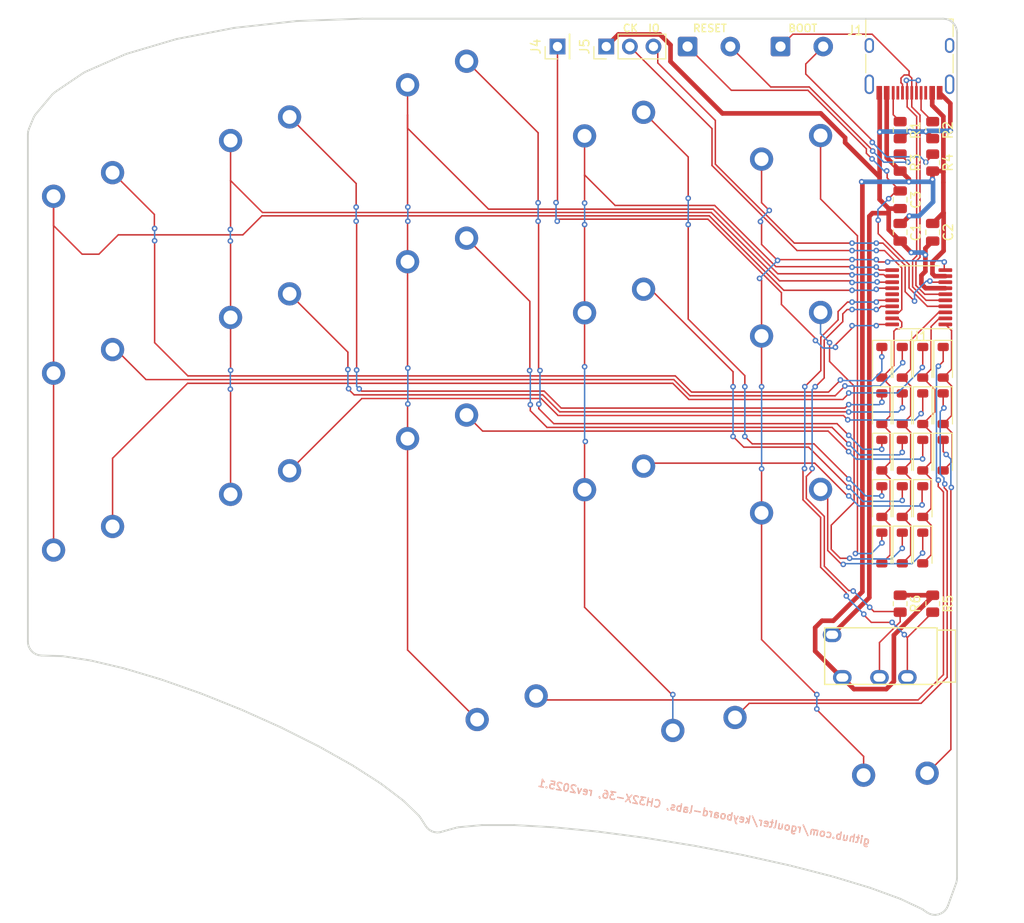
<source format=kicad_pcb>
(kicad_pcb (version 20240108) (generator "pcbnew") (generator_version "8.0")
  (title_block (title "CH32X-36") (date "2025-03-11") (rev "2025.1") (company "rgoulter/keyboard-labs") (comment 2 "SMT components") (comment 3 "Smaller than 100mm x 100mm") (comment 4 "Switch footprints for MX switches"))
  (layers (0 "F.Cu" signal) (31 "B.Cu" signal) (34 "B.Paste" user) (35 "F.Paste" user) (36 "B.SilkS" user "B.Silkscreen") (37 "F.SilkS" user "F.Silkscreen") (38 "B.Mask" user) (39 "F.Mask" user) (44 "Edge.Cuts" user))
  (net 0 "")
  (net 1 "Net-(D_1_1-K)")
  (net 2 "/DOWNLOAD")
  (net 3 "/DM")
  (net 4 "Net-(D_1_2-K)")
  (net 5 "Net-(D_1_3-K)")
  (net 6 "Net-(D_1_4-K)")
  (net 7 "Net-(SW1-B)")
  (net 8 "Net-(SW2-B)")
  (net 9 "/ROW1")
  (net 10 "/ROW2")
  (net 11 "/ROW3")
  (net 12 "/ROW4")
  (net 13 "Net-(D_1_5-K)")
  (net 14 "Net-(D_2_1-K)")
  (net 15 "Net-(D_2_2-K)")
  (net 16 "Net-(D_2_3-K)")
  (net 17 "/COL1")
  (net 18 "/COL2")
  (net 19 "/COL3")
  (net 20 "/COL4")
  (net 21 "/COL5")
  (net 22 "Net-(D_2_4-K)")
  (net 23 "Net-(D_2_5-K)")
  (net 24 "Net-(D_3_1-K)")
  (net 25 "Net-(D_3_2-K)")
  (net 26 "Net-(D_3_3-K)")
  (net 27 "Net-(D_3_4-K)")
  (net 28 "Net-(D_3_5-K)")
  (net 29 "Net-(D_4_3-K)")
  (net 30 "Net-(D_4_4-K)")
  (net 31 "Net-(D_4_5-K)")
  (net 32 "Net-(J1-CC1)")
  (net 34 "Net-(J1-CC2)")
  (net 35 "/GND")
  (net 37 "/LHS_RX_RHS_TX")
  (net 38 "/5V")
  (net 39 "/RESET")
  (net 42 "/LHS_TX_RHS_RX")
  (net 45 "/TX1")
  (net 46 "/DIO")
  (net 47 "/DCK")
  (footprint "Connector_USB:USB_C_Receptacle_HRO_TYPE-C-31-M-12" (layer "F.Cu") (at 194.8818 53.937 180)
    (property "Reference" "J1")
    (property "Value" "USB Type-C Receptacle 12-pin")
  )
  (footprint "Resistor_SMD:R_0805_2012Metric" (layer "F.Cu") (at 193.8818 62 -90)
    (property "Reference" "R1")
    (property "Value" "5.1k")
  )
  (footprint "Resistor_SMD:R_0805_2012Metric" (layer "F.Cu") (at 197.3818 62 -90)
    (property "Reference" "R2")
    (property "Value" "5.1k")
  )
  (footprint "MountingHole:MountingHole_2.2mm_M2_DIN965" (layer "F.Cu") (at 116.099 100.2378)
    (property "Reference" "H2" (hide yes))
    (property "Value" "M2 mounting hole")
  )
  (footprint "MountingHole:MountingHole_2.2mm_M2_DIN965" (layer "F.Cu") (at 173.249 74.6878)
    (property "Reference" "H3" (hide yes))
    (property "Value" "M2 mounting hole")
  )
  (footprint "MountingHole:MountingHole_2.2mm_M2_DIN965" (layer "F.Cu") (at 173.249 96.2378)
    (property "Reference" "H4" (hide yes))
    (property "Value" "M2 mounting hole")
  )
  (footprint "MountingHole:MountingHole_2.2mm_M2_DIN965" (layer "F.Cu") (at 182.691304 132.483531)
    (property "Reference" "H5" (hide yes))
    (property "Value" "M2 mounting hole")
  )
  (footprint "MountingHole:MountingHole_2.2mm_M2_DIN965" (layer "F.Cu") (at 116.099 75.1878)
    (property "Reference" "H1" (hide yes))
    (property "Value" "M2 mounting hole")
  )
  (footprint "Diode_SMD:D_SOD-123" (layer "F.Cu") (at 198.51 87 -90)
    (property "Reference" "D_4_3" (hide yes))
    (property "Value" "1N4148")
  )
  (footprint "ProjectLocal:SW_Cherry_MX_PCB_1.00u_BSilkRef" (layer "F.Cu") (at 182.774 67.6628)
    (property "Reference" "SW_1_5" (hide yes))
    (property "Value" "MX-compatible")
  )
  (footprint "Diode_SMD:D_SOD-123" (layer "F.Cu") (at 196.31 87 -90)
    (property "Reference" "D_3_1" (hide yes))
    (property "Value" "1N4148")
  )
  (footprint "ProjectLocal:SW_Cherry_MX_PCB_1.00u_BSilkRef" (layer "F.Cu") (at 163.724 65.1628)
    (property "Reference" "SW_1_4" (hide yes))
    (property "Value" "MX-compatible")
  )
  (footprint "Capacitor_SMD:C_0805_2012Metric" (layer "F.Cu") (at 193.8818 73 -90)
    (property "Reference" "C1")
    (property "Value" "100n")
  )
  (footprint "ProjectLocal:SW_Cherry_MX_PCB_1.00u_BSilkRef" (layer "F.Cu") (at 182.774 86.7128)
    (property "Reference" "SW_2_5" (hide yes))
    (property "Value" "MX-compatible")
  )
  (footprint "Diode_SMD:D_SOD-123" (layer "F.Cu") (at 194.11 97 -90)
    (property "Reference" "D_2_3" (hide yes))
    (property "Value" "1N4148")
  )
  (footprint "ProjectLocal:SW_Cherry_MX_PCB_1.00u_BSilkRef" (layer "F.Cu") (at 144.674 78.7128)
    (property "Reference" "SW_2_3" (hide yes))
    (property "Value" "MX-compatible")
  )
  (footprint "Resistor_SMD:R_0805_2012Metric" (layer "F.Cu") (at 197.3818 65.5 -90)
    (property "Reference" "R4")
    (property "Value" "10K")
  )
  (footprint "Resistor_SMD:R_0805_2012Metric" (layer "F.Cu") (at 197.3818 113 -90)
    (property "Reference" "R5")
    (property "Value" "2.2k - 10k")
  )
  (footprint "ProjectLocal:SW_Cherry_MX_PCB_1.00u_BSilkRef" (layer "F.Cu") (at 125.624 65.6628)
    (property "Reference" "SW_1_2" (hide yes))
    (property "Value" "MX-compatible")
  )
  (footprint "ProjectLocal:SW_Cherry_MX_PCB_1.00u_BSilkRef" (layer "F.Cu") (at 106.574 109.7628)
    (property "Reference" "SW_3_1" (hide yes))
    (property "Value" "MX-compatible")
  )
  (footprint "Diode_SMD:D_SOD-123" (layer "F.Cu") (at 191.91 107 -90)
    (property "Reference" "D_1_5" (hide yes))
    (property "Value" "1N4148")
  )
  (footprint "Diode_SMD:D_SOD-123" (layer "F.Cu") (at 196.31 102 -90)
    (property "Reference" "D_3_4" (hide yes))
    (property "Value" "1N4148")
  )
  (footprint "ProjectLocal:SW_Cherry_MX_PCB_1.00u_BSilkRef" (layer "F.Cu") (at 163.724 84.2128)
    (property "Reference" "SW_2_4" (hide yes))
    (property "Value" "MX-compatible")
  )
  (footprint "Connector_Wire:SolderWire-0.5sqmm_1x02_P4.6mm_D0.9mm_OD2.1mm" (layer "F.Cu") (at 181 53)
    (property "Reference" "SW2" (hide yes))
    (property "Value" "SW_SPST")
  )
  (footprint "Diode_SMD:D_SOD-123" (layer "F.Cu") (at 194.11 87 -90)
    (property "Reference" "D_2_1" (hide yes))
    (property "Value" "1N4148")
  )
  (footprint "Diode_SMD:D_SOD-123" (layer "F.Cu") (at 191.91 97 -90)
    (property "Reference" "D_1_3" (hide yes))
    (property "Value" "1N4148")
  )
  (footprint "Package_SO:TSSOP-20_4.4x6.5mm_P0.65mm" (layer "F.Cu") (at 195.8818 80 180)
    (property "Reference" "U1")
    (property "Value" "CH32X033F8P6")
  )
  (footprint "ProjectLocal:SW_Cherry_MX_PCB_1.00u_BSilkRef" (layer "F.Cu") (at 144.674 59.6628)
    (property "Reference" "SW_1_3" (hide yes))
    (property "Value" "MX-compatible")
  )
  (footprint "Connector_PinHeader_2.54mm:PinHeader_1x03_P2.54mm_Vertical" (layer "F.Cu") (at 162.25 53 90)
    (property "Reference" "J5")
    (property "Value" "Conn_01x03")
  )
  (footprint "Connector_PinHeader_2.54mm:PinHeader_1x01_P2.54mm_Vertical" (layer "F.Cu") (at 157 53 90)
    (property "Reference" "J4")
    (property "Value" "Conn_01x02")
  )
  (footprint "ProjectLocal:SW_Cherry_MX_PCB_1.00u_BSilkRef" (layer "F.Cu") (at 125.624 84.7128)
    (property "Reference" "SW_2_2" (hide yes))
    (property "Value" "MX-compatible")
  )
  (footprint "ProjectLocal:SW_Cherry_MX_PCB_1.00u_BSilkRef" (layer "F.Cu") (at 106.574 90.7128)
    (property "Reference" "SW_2_1" (hide yes))
    (property "Value" "MX-compatible")
  )
  (footprint "Diode_SMD:D_SOD-123" (layer "F.Cu") (at 196.31 97 -90)
    (property "Reference" "D_3_3" (hide yes))
    (property "Value" "1N4148")
  )
  (footprint "ProjectLocal:SW_Cherry_MX_PCB_1.00u_BSilkRef" (layer "F.Cu") (at 192.658608 135.154262 -20)
    (property "Reference" "SW_4_5" (hide yes))
    (property "Value" "MX-compatible")
  )
  (footprint "Diode_SMD:D_SOD-123" (layer "F.Cu") (at 194.11 102 -90)
    (property "Reference" "D_2_4" (hide yes))
    (property "Value" "1N4148")
  )
  (footprint "Diode_SMD:D_SOD-123" (layer "F.Cu") (at 191.91 92 -90)
    (property "Reference" "D_1_2" (hide yes))
    (property "Value" "1N4148")
  )
  (footprint "ProjectLocal:SW_Cherry_MX_PCB_1.00u_BSilkRef" (layer "F.Cu") (at 125.624 103.7628)
    (property "Reference" "SW_3_2" (hide yes))
    (property "Value" "MX-compatible")
  )
  (footprint "Diode_SMD:D_SOD-123" (layer "F.Cu") (at 198.51 92 -90)
    (property "Reference" "D_4_4" (hide yes))
    (property "Value" "1N4148")
  )
  (footprint "ProjectLocal:SW_Cherry_MX_PCB_1.00u_BSilkRef" (layer "F.Cu") (at 144.674 97.7628)
    (property "Reference" "SW_3_3" (hide yes))
    (property "Value" "MX-compatible")
  )
  (footprint "ProjectLocal:SW_Cherry_MX_PCB_1.00u_BSilkRef" (layer "F.Cu") (at 163.724 103.2628)
    (property "Reference" "SW_3_4" (hide yes))
    (property "Value" "MX-compatible")
  )
  (footprint "ProjectLocal:SW_Cherry_MX_PCB_1.00u_BSilkRef" (layer "F.Cu") (at 172.724 129.8128 -10)
    (property "Reference" "SW_4_4" (hide yes))
    (property "Value" "MX-compatible")
  )
  (footprint "Capacitor_SMD:C_0805_2012Metric" (layer "F.Cu") (at 193.8818 69.5 -90)
    (property "Reference" "C3")
    (property "Value" "100n")
  )
  (footprint "Resistor_SMD:R_0805_2012Metric" (layer "F.Cu") (at 193.8818 65.5 -90)
    (property "Reference" "R3")
    (property "Value" "330R")
  )
  (footprint "Diode_SMD:D_SOD-123" (layer "F.Cu") (at 194.11 107 -90)
    (property "Reference" "D_2_5" (hide yes))
    (property "Value" "1N4148")
  )
  (footprint "Diode_SMD:D_SOD-123" (layer "F.Cu") (at 196.31 107 -90)
    (property "Reference" "D_3_5" (hide yes))
    (property "Value" "1N4148")
  )
  (footprint "Capacitor_SMD:C_0805_2012Metric" (layer "F.Cu") (at 197.3818 73 -90)
    (property "Reference" "C2")
    (property "Value" "4.7uF")
  )
  (footprint "Diode_SMD:D_SOD-123" (layer "F.Cu") (at 196.31 92 -90)
    (property "Reference" "D_3_2" (hide yes))
    (property "Value" "1N4148")
  )
  (footprint "ProjectLocal:SW_Cherry_MX_PCB_1.00u_BSilkRef" (layer "F.Cu") (at 182.774 105.7628)
    (property "Reference" "SW_3_5" (hide yes))
    (property "Value" "MX-compatible")
  )
  (footprint "Resistor_SMD:R_0805_2012Metric" (layer "F.Cu") (at 193.8818 113 -90)
    (property "Reference" "R6")
    (property "Value" "2.2k - 10k")
  )
  (footprint "Connector_Wire:SolderWire-0.5sqmm_1x02_P4.6mm_D0.9mm_OD2.1mm" (layer "F.Cu") (at 171 53)
    (property "Reference" "SW1" (hide yes))
    (property "Value" "SW_SPST")
  )
  (footprint "Diode_SMD:D_SOD-123" (layer "F.Cu") (at 194.11 92 -90)
    (property "Reference" "D_2_2" (hide yes))
    (property "Value" "1N4148")
  )
  (footprint "ProjectLocal:SW_Cherry_MX_PCB_1.00u_BSilkRef" (layer "F.Cu") (at 152.164708 128.014094)
    (property "Reference" "SW_4_3" (hide yes))
    (property "Value" "MX-compatible")
  )
  (footprint "Diode_SMD:D_SOD-123" (layer "F.Cu") (at 191.91 87 -90)
    (property "Reference" "D_1_1" (hide yes))
    (property "Value" "1N4148")
  )
  (footprint "Diode_SMD:D_SOD-123" (layer "F.Cu") (at 191.91 102 -90)
    (property "Reference" "D_1_4" (hide yes))
    (property "Value" "1N4148")
  )
  (footprint "Diode_SMD:D_SOD-123" (layer "F.Cu") (at 198.51 97 -90)
    (property "Reference" "D_4_5" (hide yes))
    (property "Value" "1N4148")
  )
  (footprint "ProjectLocal:SW_Cherry_MX_PCB_1.00u_BSilkRef" (layer "F.Cu") (at 106.574 71.6628)
    (property "Reference" "SW_1_1" (hide yes))
    (property "Value" "MX-compatible")
  )
  (footprint "Keebio-Parts:TRRS-PJ-320A" (layer "F.Cu") (at 197.8554 118.6434 -90)
    (property "Reference" "J2")
    (property "Value" "PJ-320A")
  )
  (gr_line (start 176.9533 140.0659) (end 176.976 140.0706) (stroke (width 0.2)) (layer "Edge.Cuts"))
  (gr_line (start 110.4573 53.84581) (end 106.1907 55.72318) (stroke (width 0.2)) (layer "Edge.Cuts"))
  (gr_line (start 190.661 143.5984) (end 193.872 144.7704) (stroke (width 0.2)) (layer "Edge.Cuts"))
  (gr_line (start 156.5155 137.0707) (end 156.5474 137.0732) (stroke (width 0.2)) (layer "Edge.Cuts"))
  (gr_line (start 197.6773 146.5072) (end 197.9684 146.4657) (stroke (width 0.2)) (layer "Edge.Cuts"))
  (gr_line (start 199.8858 50.92598) (end 199.7472 50.666641) (stroke (width 0.2)) (layer "Edge.Cuts"))
  (gr_line (start 144.3461 137.6132) (end 144.6293 137.534) (stroke (width 0.2)) (layer "Edge.Cuts"))
  (gr_line (start 103.67014 118.6445) (end 103.76224 118.6529) (stroke (width 0.2)) (layer "Edge.Cuts"))
  (gr_line (start 200 142.5686) (end 200 51.5) (stroke (width 0.2)) (layer "Edge.Cuts"))
  (gr_line (start 136.0267 50) (end 135.9734 50.000946) (stroke (width 0.2)) (layer "Edge.Cuts"))
  (gr_line (start 131.2426 128.3281) (end 131.2753 128.3455) (stroke (width 0.2)) (layer "Edge.Cuts"))
  (gr_line (start 199.3334 50.252792) (end 199.074 50.114182) (stroke (width 0.2)) (layer "Edge.Cuts"))
  (gr_line (start 106.78899 119.1215) (end 110.329 119.9581) (stroke (width 0.2)) (layer "Edge.Cuts"))
  (gr_line (start 129.0318 50.247833) (end 128.9218 50.255814) (stroke (width 0.2)) (layer "Edge.Cuts"))
  (gr_line (start 196.3417 145.9439) (end 196.7384 146.228) (stroke (width 0.2)) (layer "Edge.Cuts"))
  (gr_line (start 122.2842 50.982895) (end 122.1633 51.00116) (stroke (width 0.2)) (layer "Edge.Cuts"))
  (gr_line (start 142.0963 135.8421) (end 142.2045 135.9752) (stroke (width 0.2)) (layer "Edge.Cuts"))
  (gr_line (start 127.2114 126.3088) (end 127.2406 126.3227) (stroke (width 0.2)) (layer "Edge.Cuts"))
  (gr_line (start 166.4088 138.2066) (end 171.6841 139.0591) (stroke (width 0.2)) (layer "Edge.Cuts"))
  (gr_line (start 122.9678 124.4038) (end 127.2114 126.3088) (stroke (width 0.2)) (layer "Edge.Cuts"))
  (gr_line (start 146.3129 137.0745) (end 148.8342 136.844) (stroke (width 0.2)) (layer "Edge.Cuts"))
  (gr_line (start 137.9781 132.3605) (end 138.0264 132.3943) (stroke (width 0.2)) (layer "Edge.Cuts"))
  (gr_line (start 100.629883 118.301) (end 100.884964 118.4473) (stroke (width 0.2)) (layer "Edge.Cuts"))
  (gr_line (start 161.265 137.5319) (end 161.2903 137.5348) (stroke (width 0.2)) (layer "Edge.Cuts"))
  (gr_line (start 198.5 50) (end 136.0267 50) (stroke (width 0.2)) (layer "Edge.Cuts"))
  (gr_line (start 142.2045 135.9752) (end 142.8211 136.9423) (stroke (width 0.2)) (layer "Edge.Cuts"))
  (gr_line (start 100 117.0791) (end 100.020767 117.3279) (stroke (width 0.2)) (layer "Edge.Cuts"))
  (gr_line (start 131.2753 128.3455) (end 134.8786 130.3721) (stroke (width 0.2)) (layer "Edge.Cuts"))
  (gr_line (start 100.113693 61.8627) (end 100.028824 62.1429) (stroke (width 0.2)) (layer "Edge.Cuts"))
  (gr_line (start 114.3675 121.1651) (end 118.5912 122.6512) (stroke (width 0.2)) (layer "Edge.Cuts"))
  (gr_line (start 193.9347 144.7965) (end 196.225 145.8754) (stroke (width 0.2)) (layer "Edge.Cuts"))
  (gr_line (start 100.741531 60.4188) (end 100.603134 60.6782) (stroke (width 0.2)) (layer "Edge.Cuts"))
  (gr_line (start 138.0264 132.3943) (end 140.4175 134.2122) (stroke (width 0.2)) (layer "Edge.Cuts"))
  (gr_line (start 142.8211 136.9423) (end 143.0022 137.173) (stroke (width 0.2)) (layer "Edge.Cuts"))
  (gr_line (start 101.45534 118.5785) (end 103.67014 118.6445) (stroke (width 0.2)) (layer "Edge.Cuts"))
  (gr_line (start 181.9932 141.1853) (end 182.018 141.1912) (stroke (width 0.2)) (layer "Edge.Cuts"))
  (gr_line (start 100.840897 60.2862) (end 100.741531 60.4188) (stroke (width 0.2)) (layer "Edge.Cuts"))
  (gr_line (start 143.2253 137.3645) (end 143.4815 137.5088) (stroke (width 0.2)) (layer "Edge.Cuts"))
  (gr_line (start 176.976 140.0706) (end 181.9932 141.1853) (stroke (width 0.2)) (layer "Edge.Cuts"))
  (gr_line (start 144.6293 137.534) (end 144.6446 137.5281) (stroke (width 0.2)) (layer "Edge.Cuts"))
  (gr_line (start 182.018 141.1912) (end 186.6086 142.3738) (stroke (width 0.2)) (layer "Edge.Cuts"))
  (gr_line (start 100 62.4355) (end 100 117.0791) (stroke (width 0.2)) (layer "Edge.Cuts"))
  (gr_line (start 186.6383 142.3821) (end 190.621 143.5851) (stroke (width 0.2)) (layer "Edge.Cuts"))
  (gr_line (start 143.4815 137.5088) (end 143.761 137.6003) (stroke (width 0.2)) (layer "Edge.Cuts"))
  (gr_line (start 156.5474 137.0732) (end 161.265 137.5319) (stroke (width 0.2)) (layer "Edge.Cuts"))
  (gr_line (start 105.95511 55.85321) (end 102.9142 57.90762) (stroke (width 0.2)) (layer "Edge.Cuts"))
  (gr_line (start 198.4989 146.2183) (end 198.7178 146.022) (stroke (width 0.2)) (layer "Edge.Cuts"))
  (gr_line (start 152.3198 136.8379) (end 152.3626 136.8391) (stroke (width 0.2)) (layer "Edge.Cuts"))
  (gr_line (start 100.020767 117.3279) (end 100.097702 117.6117) (stroke (width 0.2)) (layer "Edge.Cuts"))
  (gr_line (start 200 51.5) (end 199.9712 51.20737) (stroke (width 0.2)) (layer "Edge.Cuts"))
  (gr_line (start 118.621 122.6624) (end 122.9392 124.3917) (stroke (width 0.2)) (layer "Edge.Cuts"))
  (gr_line (start 199.9095 143.0816) (end 199.9712 142.8612) (stroke (width 0.2)) (layer "Edge.Cuts"))
  (gr_line (start 199.7472 50.666641) (end 199.5607 50.439346) (stroke (width 0.2)) (layer "Edge.Cuts"))
  (gr_line (start 134.8786 130.3721) (end 134.9168 130.395) (stroke (width 0.2)) (layer "Edge.Cuts"))
  (gr_line (start 197.0989 146.4182) (end 197.3837 146.4912) (stroke (width 0.2)) (layer "Edge.Cuts"))
  (gr_line (start 152.3626 136.8391) (end 156.5155 137.0707) (stroke (width 0.2)) (layer "Edge.Cuts"))
  (gr_line (start 198.7926 50.028824) (end 198.5 50) (stroke (width 0.2)) (layer "Edge.Cuts"))
  (gr_line (start 122.9392 124.3917) (end 122.9678 124.4038) (stroke (width 0.2)) (layer "Edge.Cuts"))
  (gr_line (start 101.1637 118.541) (end 101.45534 118.5785) (stroke (width 0.2)) (layer "Edge.Cuts"))
  (gr_line (start 171.705 139.0628) (end 176.9533 140.0659) (stroke (width 0.2)) (layer "Edge.Cuts"))
  (gr_line (start 197.3837 146.4912) (end 197.6773 146.5072) (stroke (width 0.2)) (layer "Edge.Cuts"))
  (gr_line (start 122.1633 51.00116) (end 116.0713 52.17702) (stroke (width 0.2)) (layer "Edge.Cuts"))
  (gr_line (start 100.228531 117.875) (end 100.408234 118.1078) (stroke (width 0.2)) (layer "Edge.Cuts"))
  (gr_line (start 100.097702 117.6117) (end 100.228531 117.875) (stroke (width 0.2)) (layer "Edge.Cuts"))
  (gr_line (start 128.9218 50.255814) (end 122.2842 50.982895) (stroke (width 0.2)) (layer "Edge.Cuts"))
  (gr_line (start 127.2406 126.3227) (end 131.2426 128.3281) (stroke (width 0.2)) (layer "Edge.Cuts"))
  (gr_line (start 197.9684 146.4657) (end 198.2458 146.3681) (stroke (width 0.2)) (layer "Edge.Cuts"))
  (gr_line (start 143.761 137.6003) (end 144.0529 137.6356) (stroke (width 0.2)) (layer "Edge.Cuts"))
  (gr_line (start 116.0713 52.17702) (end 115.9294 52.21165) (stroke (width 0.2)) (layer "Edge.Cuts"))
  (gr_line (start 199.5607 50.439346) (end 199.3334 50.252792) (stroke (width 0.2)) (layer "Edge.Cuts"))
  (gr_line (start 148.8342 136.844) (end 148.9017 136.8409) (stroke (width 0.2)) (layer "Edge.Cuts"))
  (gr_line (start 135.9734 50.000946) (end 129.0318 50.247833) (stroke (width 0.2)) (layer "Edge.Cuts"))
  (gr_line (start 148.9017 136.8409) (end 152.3198 136.8379) (stroke (width 0.2)) (layer "Edge.Cuts"))
  (gr_line (start 199.0214 145.5217) (end 199.9095 143.0816) (stroke (width 0.2)) (layer "Edge.Cuts"))
  (gr_line (start 198.7178 146.022) (end 198.8943 145.7868) (stroke (width 0.2)) (layer "Edge.Cuts"))
  (gr_line (start 143.0022 137.173) (end 143.2253 137.3645) (stroke (width 0.2)) (layer "Edge.Cuts"))
  (gr_line (start 198.8943 145.7868) (end 199.0214 145.5217) (stroke (width 0.2)) (layer "Edge.Cuts"))
  (gr_line (start 102.60538 58.18575) (end 100.840897 60.2862) (stroke (width 0.2)) (layer "Edge.Cuts"))
  (gr_line (start 134.9168 130.395) (end 137.9781 132.3605) (stroke (width 0.2)) (layer "Edge.Cuts"))
  (gr_line (start 100.028824 62.1429) (end 100 62.4355) (stroke (width 0.2)) (layer "Edge.Cuts"))
  (gr_line (start 118.5912 122.6512) (end 118.621 122.6624) (stroke (width 0.2)) (layer "Edge.Cuts"))
  (gr_line (start 146.1796 137.099) (end 146.3129 137.0745) (stroke (width 0.2)) (layer "Edge.Cuts"))
  (gr_line (start 144.6446 137.5281) (end 146.1796 137.099) (stroke (width 0.2)) (layer "Edge.Cuts"))
  (gr_line (start 106.73047 119.11) (end 106.78899 119.1215) (stroke (width 0.2)) (layer "Edge.Cuts"))
  (gr_line (start 102.9142 57.90762) (end 102.60538 58.18575) (stroke (width 0.2)) (layer "Edge.Cuts"))
  (gr_line (start 193.872 144.7704) (end 193.9347 144.7965) (stroke (width 0.2)) (layer "Edge.Cuts"))
  (gr_line (start 199.9712 142.8612) (end 200 142.5686) (stroke (width 0.2)) (layer "Edge.Cuts"))
  (gr_line (start 114.3334 121.154) (end 114.3675 121.1651) (stroke (width 0.2)) (layer "Edge.Cuts"))
  (gr_line (start 166.3867 138.2034) (end 166.4088 138.2066) (stroke (width 0.2)) (layer "Edge.Cuts"))
  (gr_line (start 110.329 119.9581) (end 110.372 119.9696) (stroke (width 0.2)) (layer "Edge.Cuts"))
  (gr_line (start 171.6841 139.0591) (end 171.705 139.0628) (stroke (width 0.2)) (layer "Edge.Cuts"))
  (gr_line (start 199.074 50.114182) (end 198.7926 50.028824) (stroke (width 0.2)) (layer "Edge.Cuts"))
  (gr_line (start 198.2458 146.3681) (end 198.4989 146.2183) (stroke (width 0.2)) (layer "Edge.Cuts"))
  (gr_line (start 186.6086 142.3738) (end 186.6383 142.3821) (stroke (width 0.2)) (layer "Edge.Cuts"))
  (gr_line (start 103.76224 118.6529) (end 106.73047 119.11) (stroke (width 0.2)) (layer "Edge.Cuts"))
  (gr_line (start 196.7384 146.228) (end 197.0989 146.4182) (stroke (width 0.2)) (layer "Edge.Cuts"))
  (gr_line (start 190.621 143.5851) (end 190.661 143.5984) (stroke (width 0.2)) (layer "Edge.Cuts"))
  (gr_line (start 100.408234 118.1078) (end 100.629883 118.301) (stroke (width 0.2)) (layer "Edge.Cuts"))
  (gr_line (start 106.1907 55.72318) (end 105.95511 55.85321) (stroke (width 0.2)) (layer "Edge.Cuts"))
  (gr_line (start 100.603134 60.6782) (end 100.113693 61.8627) (stroke (width 0.2)) (layer "Edge.Cuts"))
  (gr_line (start 110.372 119.9696) (end 114.3334 121.154) (stroke (width 0.2)) (layer "Edge.Cuts"))
  (gr_line (start 161.2903 137.5348) (end 166.3867 138.2034) (stroke (width 0.2)) (layer "Edge.Cuts"))
  (gr_line (start 140.4873 134.2723) (end 142.0963 135.8421) (stroke (width 0.2)) (layer "Edge.Cuts"))
  (gr_line (start 110.6352 53.78061) (end 110.4573 53.84581) (stroke (width 0.2)) (layer "Edge.Cuts"))
  (gr_line (start 196.225 145.8754) (end 196.3417 145.9439) (stroke (width 0.2)) (layer "Edge.Cuts"))
  (gr_line (start 144.0529 137.6356) (end 144.3461 137.6132) (stroke (width 0.2)) (layer "Edge.Cuts"))
  (gr_line (start 100.884964 118.4473) (end 101.1637 118.541) (stroke (width 0.2)) (layer "Edge.Cuts"))
  (gr_line (start 199.9712 51.20737) (end 199.8858 50.92598) (stroke (width 0.2)) (layer "Edge.Cuts"))
  (gr_line (start 115.9294 52.21165) (end 110.6352 53.78061) (stroke (width 0.2)) (layer "Edge.Cuts"))
  (gr_line (start 140.4175 134.2122) (end 140.4873 134.2723) (stroke (width 0.2)) (layer "Edge.Cuts"))
  (gr_text "github.com/rgoulter/keyboard-labs, ${TITLE}, rev${REVISION}" (at 172.7708 135.4328 350) (layer "B.SilkS") (effects (font (size 0.8 0.8) (thickness 0.16)) (justify mirror)))
  (gr_text "CK" (at 164.846 51.5 0) (layer "F.SilkS") (effects (font (size 0.8 0.8)) (justify bottom)))
  (gr_text "BOOT" (at 183.4 51.5 0) (layer "F.SilkS") (effects (font (size 0.8 0.8)) (justify bottom)))
  (gr_text "RESET" (at 173.4 51.5 0) (layer "F.SilkS") (effects (font (size 0.8 0.8)) (justify bottom)))
  (gr_text "IO" (at 167.386 51.5 0) (layer "F.SilkS") (effects (font (size 0.8 0.8)) (justify bottom)))
  (segment (start 171.424601 90.2082) (end 169.6816 88.4652) (width 0.16) (layer "F.Cu") (net 1))
  (segment (start 187.448631 88.928769) (end 186.1692 90.2082) (width 0.16) (layer "F.Cu") (net 1))
  (segment (start 113.6396 84.8868) (end 113.6396 73.914) (width 0.16) (layer "F.Cu") (net 1))
  (segment (start 187.448631 88.903369) (end 187.448631 88.928769) (width 0.16) (layer "F.Cu") (net 1))
  (segment (start 113.6142 71.083) (end 109.114 66.5828) (width 0.16) (layer "F.Cu") (net 1))
  (segment (start 169.6816 88.4652) (end 117.218 88.4652) (width 0.16) (layer "F.Cu") (net 1))
  (segment (start 117.218 88.4652) (end 113.6396 84.8868) (width 0.16) (layer "F.Cu") (net 1))
  (segment (start 113.6142 72.5678) (end 113.6142 71.083) (width 0.16) (layer "F.Cu") (net 1))
  (segment (start 113.6396 72.5932) (end 113.6142 72.5678) (width 0.16) (layer "F.Cu") (net 1))
  (segment (start 191.91 86.4108) (end 191.91 85.35) (width 0.16) (layer "F.Cu") (net 1))
  (segment (start 186.1692 90.2082) (end 171.424601 90.2082) (width 0.16) (layer "F.Cu") (net 1))
  (via (at 187.448631 88.903369) (size 0.6) (drill 0.3) (layers "F.Cu" "B.Cu") (net 1))
  (via (at 113.6396 72.5932) (size 0.6) (drill 0.3) (layers "F.Cu" "B.Cu") (net 1))
  (via (at 113.6396 73.914) (size 0.6) (drill 0.3) (layers "F.Cu" "B.Cu") (net 1))
  (via (at 191.91 86.4108) (size 0.6) (drill 0.3) (layers "F.Cu" "B.Cu") (net 1))
  (segment (start 113.6396 73.914) (end 113.6396 72.5932) (width 0.16) (layer "B.Cu") (net 1))
  (segment (start 191.91 87.9472) (end 191.91 86.4108) (width 0.16) (layer "B.Cu") (net 1))
  (segment (start 188.334342 88.968418) (end 188.342124 88.9762) (width 0.16) (layer "B.Cu") (net 1))
  (segment (start 187.448631 88.903369) (end 187.51368 88.968418) (width 0.16) (layer "B.Cu") (net 1))
  (segment (start 187.51368 88.968418) (end 188.334342 88.968418) (width 0.16) (layer "B.Cu") (net 1))
  (segment (start 188.342124 88.9762) (end 190.881 88.9762) (width 0.16) (layer "B.Cu") (net 1))
  (segment (start 190.881 88.9762) (end 191.91 87.9472) (width 0.16) (layer "B.Cu") (net 1))
  (segment (start 195.58 76.141756) (end 196.0162 75.705556) (width 0.16) (layer "F.Cu") (net 2))
  (segment (start 196.527466 79.675) (end 195.58 78.727534) (width 0.16) (layer "F.Cu") (net 2))
  (segment (start 193.9718 56.401756) (end 194.311556 56.062) (width 0.16) (layer "F.Cu") (net 2))
  (segment (start 195.1318 59.4958) (end 195.1318 57.982) (width 0.16) (layer "F.Cu") (net 2))
  (segment (start 195.1318 57.982) (end 195.1318 56.401756) (width 0.16) (layer "F.Cu") (net 2))
  (segment (start 195.58 78.727534) (end 195.58 76.141756) (width 0.16) (layer "F.Cu") (net 2))
  (segment (start 196.0162 75.705556) (end 196.0162 60.3802) (width 0.16) (layer "F.Cu") (net 2))
  (segment (start 194.311556 56.062) (end 194.792044 56.062) (width 0.16) (layer "F.Cu") (net 2))
  (segment (start 194.1318 57.982) (end 194.1318 57.056117) (width 0.16) (layer "F.Cu") (net 2))
  (segment (start 194.013841 56.938159) (end 193.9718 56.896117) (width 0.16) (layer "F.Cu") (net 2))
  (segment (start 195.1318 56.401756) (end 194.841022 56.110978) (width 0.16) (layer "F.Cu") (net 2))
  (segment (start 190.862 51.67) (end 182.33 51.67) (width 0.16) (layer "F.Cu") (net 2))
  (segment (start 194.792044 56.062) (end 194.841022 56.110978) (width 0.16) (layer "F.Cu") (net 2))
  (segment (start 194.841022 55.649022) (end 190.862 51.67) (width 0.16) (layer "F.Cu") (net 2))
  (segment (start 194.1318 57.056117) (end 194.013841 56.938159) (width 0.16) (layer "F.Cu") (net 2))
  (segment (start 198.7443 79.675) (end 196.527466 79.675) (width 0.16) (layer "F.Cu") (net 2))
  (segment (start 182.33 51.67) (end 181 53) (width 0.16) (layer "F.Cu") (net 2))
  (segment (start 194.013841 56.938159) (end 193.9718 56.896118) (width 0.16) (layer "F.Cu") (net 2))
  (segment (start 196.0162 60.3802) (end 195.1318 59.4958) (width 0.16) (layer "F.Cu") (net 2))
  (segment (start 193.9718 56.896118) (end 193.9718 56.401756) (width 0.16) (layer "F.Cu") (net 2))
  (segment (start 194.841022 56.110978) (end 194.841022 55.649022) (width 0.16) (layer "F.Cu") (net 2))
  (segment (start 196.668349 80.325) (end 195.22 78.876651) (width 0.16) (layer "F.Cu") (net 3))
  (segment (start 198.7443 80.325) (end 196.668349 80.325) (width 0.16) (layer "F.Cu") (net 3))
  (segment (start 194.5518 56.642) (end 194.6318 56.722) (width 0.16) (layer "F.Cu") (net 3))
  (segment (start 195.6562 60.529316) (end 194.6318 59.504916) (width 0.16) (layer "F.Cu") (net 3))
  (segment (start 195.6318 56.8442) (end 195.6318 57.982) (width 0.16) (layer "F.Cu") (net 3))
  (segment (start 195.6562 75.55644) (end 195.6562 60.529316) (width 0.16) (layer "F.Cu") (net 3))
  (segment (start 195.22 75.99264) (end 195.6562 75.55644) (width 0.16) (layer "F.Cu") (net 3))
  (segment (start 195.834 56.642) (end 195.6318 56.8442) (width 0.16) (layer "F.Cu") (net 3))
  (segment (start 195.22 78.876651) (end 195.22 75.99264) (width 0.16) (layer "F.Cu") (net 3))
  (segment (start 194.6318 59.504916) (end 194.6318 57.982) (width 0.16) (layer "F.Cu") (net 3))
  (segment (start 194.6318 56.722) (end 194.6318 57.982) (width 0.16) (layer "F.Cu") (net 3))
  (via (at 194.5518 56.642) (size 0.6) (drill 0.3) (layers "F.Cu" "B.Cu") (net 3))
  (via (at 195.834 56.642) (size 0.6) (drill 0.3) (layers "F.Cu" "B.Cu") (net 3))
  (segment (start 194.5518 56.642) (end 195.834 56.642) (width 0.16) (layer "B.Cu") (net 3))
  (segment (start 187.943456 91.9354) (end 157.400001 91.9354) (width 0.16) (layer "F.Cu") (net 4))
  (segment (start 155.570701 90.1061) (end 135.9023 90.1061) (width 0.16) (layer "F.Cu") (net 4))
  (segment (start 135.382 71.8607) (end 135.382 87.8332) (width 0.16) (layer "F.Cu") (net 4))
  (segment (start 191.91 90.35) (end 191.91 91.2853) (width 0.16) (layer "F.Cu") (net 4))
  (segment (start 135.9023 90.1061) (end 135.6614 89.8652) (width 0.16) (layer "F.Cu") (net 4))
  (segment (start 157.400001 91.9354) (end 155.570701 90.1061) (width 0.16) (layer "F.Cu") (net 4))
  (segment (start 135.3312 67.75) (end 128.164 60.5828) (width 0.16) (layer "F.Cu") (net 4))
  (segment (start 188.323959 91.554897) (end 187.943456 91.9354) (width 0.16) (layer "F.Cu") (net 4))
  (segment (start 188.3447 91.554897) (end 188.323959 91.554897) (width 0.16) (layer "F.Cu") (net 4))
  (segment (start 135.3312 71.8099) (end 135.382 71.8607) (width 0.16) (layer "F.Cu") (net 4))
  (segment (start 135.3312 70.2909) (end 135.3312 67.75) (width 0.16) (layer "F.Cu") (net 4))
  (segment (start 191.91 91.2853) (end 191.9224 91.2977) (width 0.16) (layer "F.Cu") (net 4))
  (via (at 135.3312 70.2909) (size 0.6) (drill 0.3) (layers "F.Cu" "B.Cu") (net 4))
  (via (at 135.382 87.8332) (size 0.6) (drill 0.3) (layers "F.Cu" "B.Cu") (net 4))
  (via (at 188.3447 91.554897) (size 0.6) (drill 0.3) (layers "F.Cu" "B.Cu") (net 4))
  (via (at 191.9224 91.2977) (size 0.6) (drill 0.3) (layers "F.Cu" "B.Cu") (net 4))
  (via (at 135.6614 89.8652) (size 0.6) (drill 0.3) (layers "F.Cu" "B.Cu") (net 4))
  (via (at 135.3312 71.8099) (size 0.6) (drill 0.3) (layers "F.Cu" "B.Cu") (net 4))
  (segment (start 188.3447 91.554897) (end 188.356803 91.567) (width 0.16) (layer "B.Cu") (net 4))
  (segment (start 135.382 87.8332) (end 135.382 89.5858) (width 0.16) (layer "B.Cu") (net 4))
  (segment (start 135.382 89.5858) (end 135.6614 89.8652) (width 0.16) (layer "B.Cu") (net 4))
  (segment (start 188.356803 91.567) (end 191.6531 91.567) (width 0.16) (layer "B.Cu") (net 4))
  (segment (start 135.3312 70.2909) (end 135.3312 71.8099) (width 0.16) (layer "B.Cu") (net 4))
  (segment (start 191.6531 91.567) (end 191.9224 91.2977) (width 0.16) (layer "B.Cu") (net 4))
  (segment (start 154.9654 87.7333) (end 155.1178 87.8857) (width 0.16) (layer "F.Cu") (net 5))
  (segment (start 154.9908 91.9988) (end 154.9908 91.5061) (width 0.16) (layer "F.Cu") (net 5))
  (segment (start 191.91 96.3546) (end 191.897 96.3676) (width 0.16) (layer "F.Cu") (net 5))
  (segment (start 154.9146 69.8246) (end 154.9146 62.2834) (width 0.16) (layer "F.Cu") (net 5))
  (segment (start 154.9654 71.8607) (end 154.9654 87.7333) (width 0.16) (layer "F.Cu") (net 5))
  (segment (start 154.9146 71.8099) (end 154.9654 71.8607) (width 0.16) (layer "F.Cu") (net 5))
  (segment (start 188.3447 94.869) (end 187.0875 93.6118) (width 0.16) (layer "F.Cu") (net 5))
  (segment (start 191.91 95.35) (end 191.91 96.3546) (width 0.16) (layer "F.Cu") (net 5))
  (segment (start 156.6038 93.6118) (end 154.9908 91.9988) (width 0.16) (layer "F.Cu") (net 5))
  (segment (start 187.0875 93.6118) (end 156.6038 93.6118) (width 0.16) (layer "F.Cu") (net 5))
  (segment (start 154.9146 62.2834) (end 147.214 54.5828) (width 0.16) (layer "F.Cu") (net 5))
  (via (at 154.9146 71.8099) (size 0.6) (drill 0.3) (layers "F.Cu" "B.Cu") (net 5))
  (via (at 154.9908 91.5061) (size 0.6) (drill 0.3) (layers "F.Cu" "B.Cu") (net 5))
  (via (at 191.897 96.3676) (size 0.6) (drill 0.3) (layers "F.Cu" "B.Cu") (net 5))
  (via (at 188.3447 94.869) (size 0.6) (drill 0.3) (layers "F.Cu" "B.Cu") (net 5))
  (via (at 154.9146 69.8246) (size 0.6) (drill 0.3) (layers "F.Cu" "B.Cu") (net 5))
  (via (at 155.1178 87.8857) (size 0.6) (drill 0.3) (layers "F.Cu" "B.Cu") (net 5))
  (segment (start 155.1178 87.8857) (end 155.1178 91.3791) (width 0.16) (layer "B.Cu") (net 5))
  (segment (start 188.3447 94.869) (end 189.8433 96.3676) (width 0.16) (layer "B.Cu") (net 5))
  (segment (start 189.8433 96.3676) (end 191.897 96.3676) (width 0.16) (layer "B.Cu") (net 5))
  (segment (start 155.1178 91.3791) (end 154.9908 91.5061) (width 0.16) (layer "B.Cu") (net 5))
  (segment (start 154.9146 69.8246) (end 154.9146 71.8099) (width 0.16) (layer "B.Cu") (net 5))
  (segment (start 177.9571 95.7834) (end 184.6072 95.7834) (width 0.16) (layer "F.Cu") (net 6))
  (segment (start 191.91 101.3789) (end 191.91 100.35) (width 0.16) (layer "F.Cu") (net 6))
  (segment (start 177.165 88.4428) (end 177.165 89.6287) (width 0.16) (layer "F.Cu") (net 6))
  (segment (start 171.069 72.1704) (end 171.069 82.3468) (width 0.16) (layer "F.Cu") (net 6))
  (segment (start 171.069 64.8878) (end 166.264 60.0828) (width 0.16) (layer "F.Cu") (net 6))
  (segment (start 191.897 101.3919) (end 191.91 101.3789) (width 0.16) (layer "F.Cu") (net 6))
  (segment (start 177.165 94.9913) (end 177.9571 95.7834) (width 0.16) (layer "F.Cu") (net 6))
  (segment (start 188.3447 99.5209) (end 188.3447 99.568) (width 0.16) (layer "F.Cu") (net 6))
  (segment (start 171.069 69.342) (end 171.069 64.8878) (width 0.16) (layer "F.Cu") (net 6))
  (segment (start 171.069 82.3468) (end 177.165 88.4428) (width 0.16) (layer "F.Cu") (net 6))
  (segment (start 184.6072 95.7834) (end 188.3447 99.5209) (width 0.16) (layer "F.Cu") (net 6))
  (via (at 188.3447 99.568) (size 0.6) (drill 0.3) (layers "F.Cu" "B.Cu") (net 6))
  (via (at 177.165 89.6287) (size 0.6) (drill 0.3) (layers "F.Cu" "B.Cu") (net 6))
  (via (at 191.897 101.3919) (size 0.6) (drill 0.3) (layers "F.Cu" "B.Cu") (net 6))
  (via (at 171.069 72.1704) (size 0.6) (drill 0.3) (layers "F.Cu" "B.Cu") (net 6))
  (via (at 177.165 94.9913) (size 0.6) (drill 0.3) (layers "F.Cu" "B.Cu") (net 6))
  (via (at 171.069 69.342) (size 0.6) (drill 0.3) (layers "F.Cu" "B.Cu") (net 6))
  (segment (start 177.165 89.6287) (end 177.165 94.9913) (width 0.16) (layer "B.Cu") (net 6))
  (segment (start 190.1686 101.3919) (end 191.897 101.3919) (width 0.16) (layer "B.Cu") (net 6))
  (segment (start 171.069 72.1704) (end 171.069 69.342) (width 0.16) (layer "B.Cu") (net 6))
  (segment (start 188.3447 99.568) (end 190.1686 101.3919) (width 0.16) (layer "B.Cu") (net 6))
  (segment (start 190.301 63.555) (end 184.0992 57.3532) (width 0.16) (layer "F.Cu") (net 7))
  (segment (start 179.9532 57.3532) (end 175.6 53) (width 0.16) (layer "F.Cu") (net 7))
  (segment (start 190.9198 64.252669) (end 190.9198 64.181244) (width 0.16) (layer "F.Cu") (net 7))
  (segment (start 193.8818 64.6212) (end 194.7164 65.4558) (width 0.16) (layer "F.Cu") (net 7))
  (segment (start 190.301 63.562444) (end 190.301 63.555) (width 0.16) (layer "F.Cu") (net 7))
  (segment (start 184.0992 57.3532) (end 179.9532 57.3532) (width 0.16) (layer "F.Cu") (net 7))
  (segment (start 190.9198 64.181244) (end 190.301 63.562444) (width 0.16) (layer "F.Cu") (net 7))
  (via (at 194.7164 65.4558) (size 0.6) (drill 0.3) (layers "F.Cu" "B.Cu") (net 7))
  (via (at 190.9198 64.252669) (size 0.6) (drill 0.3) (layers "F.Cu" "B.Cu") (net 7))
  (segment (start 192.122931 65.4558) (end 194.7164 65.4558) (width 0.16) (layer "B.Cu") (net 7))
  (segment (start 190.9198 64.252669) (end 192.122931 65.4558) (width 0.16) (layer "B.Cu") (net 7))
  (segment (start 183.7182 55.9562) (end 183.7182 54.8818) (width 0.16) (layer "F.Cu") (net 8))
  (segment (start 183.7182 54.8818) (end 185.6 53) (width 0.16) (layer "F.Cu") (net 8))
  (segment (start 190.881 63.3222) (end 190.881 63.119) (width 0.16) (layer "F.Cu") (net 8))
  (segment (start 190.881 63.119) (end 183.7182 55.9562) (width 0.16) (layer "F.Cu") (net 8))
  (segment (start 197.3818 64.718806) (end 196.641677 65.458929) (width 0.16) (layer "F.Cu") (net 8))
  (via (at 196.641677 65.458929) (size 0.6) (drill 0.3) (layers "F.Cu" "B.Cu") (net 8))
  (via (at 190.881 63.3222) (size 0.6) (drill 0.3) (layers "F.Cu" "B.Cu") (net 8))
  (segment (start 190.881 63.3222) (end 192.4346 64.8758) (width 0.16) (layer "B.Cu") (net 8))
  (segment (start 196.058548 64.8758) (end 196.641677 65.458929) (width 0.16) (layer "B.Cu") (net 8))
  (segment (start 192.4346 64.8758) (end 196.058548 64.8758) (width 0.16) (layer "B.Cu") (net 8))
  (segment (start 192.81 97.75) (end 192.81 94.55) (width 0.16) (layer "F.Cu") (net 9))
  (segment (start 194.056 83.165972) (end 194.056 82.684028) (width 0.16) (layer "F.Cu") (net 9))
  (segment (start 192.81 89.55) (end 191.91 88.65) (width 0.16) (layer "F.Cu") (net 9))
  (segment (start 192.81 102.75) (end 192.81 99.55) (width 0.16) (layer "F.Cu") (net 9))
  (segment (start 193.646972 82.275) (end 193.0193 82.275) (width 0.16) (layer "F.Cu") (net 9))
  (segment (start 192.81 94.55) (end 191.91 93.65) (width 0.16) (layer "F.Cu") (net 9))
  (segment (start 193.816972 83.405) (end 194.056 83.165972) (width 0.16) (layer "F.Cu") (net 9))
  (segment (start 193.21 87.35) (end 193.21 83.65) (width 0.16) (layer "F.Cu") (net 9))
  (segment (start 191.91 93.65) (end 192.81 92.75) (width 0.16) (layer "F.Cu") (net 9))
  (segment (start 193.455 83.405) (end 193.816972 83.405) (width 0.16) (layer "F.Cu") (net 9))
  (segment (start 193.21 83.65) (end 193.455 83.405) (width 0.16) (layer "F.Cu") (net 9))
  (segment (start 191.91 103.65) (end 192.81 102.75) (width 0.16) (layer "F.Cu") (net 9))
  (segment (start 192.81 92.75) (end 192.81 89.55) (width 0.16) (layer "F.Cu") (net 9))
  (segment (start 192.81 104.55) (end 191.91 103.65) (width 0.16) (layer "F.Cu") (net 9))
  (segment (start 191.91 98.65) (end 192.81 97.75) (width 0.16) (layer "F.Cu") (net 9))
  (segment (start 194.056 82.684028) (end 193.646972 82.275) (width 0.16) (layer "F.Cu") (net 9))
  (segment (start 191.91 108.65) (end 192.81 107.75) (width 0.16) (layer "F.Cu") (net 9))
  (segment (start 192.81 99.55) (end 191.91 98.65) (width 0.16) (layer "F.Cu") (net 9))
  (segment (start 192.81 107.75) (end 192.81 104.55) (width 0.16) (layer "F.Cu") (net 9))
  (segment (start 191.91 88.65) (end 193.21 87.35) (width 0.16) (layer "F.Cu") (net 9))
  (segment (start 194.11 103.65) (end 195.01 102.75) (width 0.16) (layer "F.Cu") (net 10))
  (segment (start 194.11 108.65) (end 195.01 107.75) (width 0.16) (layer "F.Cu") (net 10))
  (segment (start 195.01 87.75) (end 195.01 84.644) (width 0.16) (layer "F.Cu") (net 10))
  (segment (start 195.01 84.644) (end 198.029 81.625) (width 0.16) (layer "F.Cu") (net 10))
  (segment (start 195.01 107.75) (end 195.01 104.55) (width 0.16) (layer "F.Cu") (net 10))
  (segment (start 195.01 102.75) (end 195.01 99.55) (width 0.16) (layer "F.Cu") (net 10))
  (segment (start 194.11 98.65) (end 195.01 97.75) (width 0.16) (layer "F.Cu") (net 10))
  (segment (start 195.01 89.55) (end 194.11 88.65) (width 0.16) (layer "F.Cu") (net 10))
  (segment (start 195.01 94.55) (end 194.11 93.65) (width 0.16) (layer "F.Cu") (net 10))
  (segment (start 195.01 97.75) (end 195.01 94.55) (width 0.16) (layer "F.Cu") (net 10))
  (segment (start 195.01 104.55) (end 194.11 103.65) (width 0.16) (layer "F.Cu") (net 10))
  (segment (start 195.01 99.55) (end 194.11 98.65) (width 0.16) (layer "F.Cu") (net 10))
  (segment (start 194.11 88.65) (end 195.01 87.75) (width 0.16) (layer "F.Cu") (net 10))
  (segment (start 198.029 81.625) (end 198.7443 81.625) (width 0.16) (layer "F.Cu") (net 10))
  (segment (start 195.01 92.75) (end 195.01 89.55) (width 0.16) (layer "F.Cu") (net 10))
  (segment (start 194.11 93.65) (end 195.01 92.75) (width 0.16) (layer "F.Cu") (net 10))
  (segment (start 197.61 92.35) (end 197.61 89.95) (width 0.16) (layer "F.Cu") (net 11))
  (segment (start 197.21 83.156115) (end 198.091115 82.275) (width 0.16) (layer "F.Cu") (net 11))
  (segment (start 197.21 94.55) (end 196.31 93.65) (width 0.16) (layer "F.Cu") (net 11))
  (segment (start 198.091115 82.275) (end 198.7443 82.275) (width 0.16) (layer "F.Cu") (net 11))
  (segment (start 196.31 98.65) (end 197.21 97.75) (width 0.16) (layer "F.Cu") (net 11))
  (segment (start 197.21 107.75) (end 197.21 104.55) (width 0.16) (layer "F.Cu") (net 11))
  (segment (start 196.31 108.65) (end 197.21 107.75) (width 0.16) (layer "F.Cu") (net 11))
  (segment (start 197.21 83.156115) (end 197.21 87.75) (width 0.16) (layer "F.Cu") (net 11))
  (segment (start 197.21 99.55) (end 196.31 98.65) (width 0.16) (layer "F.Cu") (net 11))
  (segment (start 197.21 97.75) (end 197.21 94.55) (width 0.16) (layer "F.Cu") (net 11))
  (segment (start 196.31 93.65) (end 197.61 92.35) (width 0.16) (layer "F.Cu") (net 11))
  (segment (start 197.61 89.95) (end 196.31 88.65) (width 0.16) (layer "F.Cu") (net 11))
  (segment (start 197.21 104.55) (end 196.31 103.65) (width 0.16) (layer "F.Cu") (net 11))
  (segment (start 196.31 103.65) (end 197.21 102.75) (width 0.16) (layer "F.Cu") (net 11))
  (segment (start 197.21 87.75) (end 196.31 88.65) (width 0.16) (layer "F.Cu") (net 11))
  (segment (start 197.21 102.75) (end 197.21 99.55) (width 0.16) (layer "F.Cu") (net 11))
  (segment (start 198.51 93.65) (end 199.41 92.75) (width 0.16) (layer "F.Cu") (net 12))
  (segment (start 198.51 98.65) (end 199.4662 97.6938) (width 0.16) (layer "F.Cu") (net 12))
  (segment (start 199.41 83.5907) (end 198.7443 82.925) (width 0.16) (layer "F.Cu") (net 12))
  (segment (start 199.41 87.75) (end 198.51 88.65) (width 0.16) (layer "F.Cu") (net 12))
  (segment (start 199.4662 97.6938) (end 199.4662 94.6062) (width 0.16) (layer "F.Cu") (net 12))
  (segment (start 199.41 92.75) (end 199.41 89.55) (width 0.16) (layer "F.Cu") (net 12))
  (segment (start 199.4662 94.6062) (end 198.51 93.65) (width 0.16) (layer "F.Cu") (net 12))
  (segment (start 199.41 89.55) (end 198.51 88.65) (width 0.16) (layer "F.Cu") (net 12))
  (segment (start 199.41 83.5907) (end 199.41 87.75) (width 0.16) (layer "F.Cu") (net 12))
  (segment (start 189.2842 107.3796) (end 189.2842 73.384) (width 0.16) (layer "F.Cu") (net 13))
  (segment (start 189.2842 73.384) (end 185.314 69.4138) (width 0.16) (layer "F.Cu") (net 13))
  (segment (start 189.0647 107.5991) (end 189.2842 107.3796) (width 0.16) (layer "F.Cu") (net 13))
  (segment (start 191.91 105.35) (end 191.91 106.439) (width 0.16) (layer "F.Cu") (net 13))
  (segment (start 191.91 106.439) (end 191.9224 106.4514) (width 0.16) (layer "F.Cu") (net 13))
  (segment (start 185.314 69.4138) (end 185.314 62.5828) (width 0.16) (layer "F.Cu") (net 13))
  (via (at 191.9224 106.4514) (size 0.6) (drill 0.3) (layers "F.Cu" "B.Cu") (net 13))
  (via (at 189.0647 107.5991) (size 0.6) (drill 0.3) (layers "F.Cu" "B.Cu") (net 13))
  (segment (start 189.0647 107.5991) (end 190.7747 107.5991) (width 0.16) (layer "B.Cu") (net 13))
  (segment (start 190.7747 107.5991) (end 191.9224 106.4514) (width 0.16) (layer "B.Cu") (net 13))
  (segment (start 194.11 86.9982) (end 194.11 85.35) (width 0.16) (layer "F.Cu") (net 14))
  (segment (start 187.9346 89.5604) (end 186.8868 90.6082) (width 0.16) (layer "F.Cu") (net 14))
  (segment (start 194.1576 87.0458) (end 194.11 86.9982) (width 0.16) (layer "F.Cu") (net 14))
  (segment (start 187.9346 89.547918) (end 187.9346 89.5604) (width 0.16) (layer "F.Cu") (net 14))
  (segment (start 169.515915 88.8652) (end 112.7158 88.8652) (width 0.16) (layer "F.Cu") (net 14))
  (segment (start 171.258915 90.6082) (end 169.515915 88.8652) (width 0.16) (layer "F.Cu") (net 14))
  (segment (start 112.7158 88.8652) (end 109.4834 85.6328) (width 0.16) (layer "F.Cu") (net 14))
  (segment (start 186.8868 90.6082) (end 171.258915 90.6082) (width 0.16) (layer "F.Cu") (net 14))
  (via (at 194.1576 87.0458) (size 0.6) (drill 0.3) (layers "F.Cu" "B.Cu") (net 14))
  (via (at 187.9346 89.547918) (size 0.6) (drill 0.3) (layers "F.Cu" "B.Cu") (net 14))
  (segment (start 187.9346 89.547918) (end 187.947082 89.5604) (width 0.16) (layer "B.Cu") (net 14))
  (segment (start 194.1576 87.0966) (end 194.1576 87.0458) (width 0.16) (layer "B.Cu") (net 14))
  (segment (start 187.947082 89.5604) (end 191.6938 89.5604) (width 0.16) (layer "B.Cu") (net 14))
  (segment (start 191.6938 89.5604) (end 194.1576 87.0966) (width 0.16) (layer "B.Cu") (net 14))
  (segment (start 134.4422 85.911) (end 128.164 79.6328) (width 0.16) (layer "F.Cu") (net 15))
  (segment (start 134.5184 89.8447) (end 134.5184 89.916) (width 0.16) (layer "F.Cu") (net 15))
  (segment (start 134.4422 87.7824) (end 134.4422 85.911) (width 0.16) (layer "F.Cu") (net 15))
  (segment (start 135.1085 90.5061) (end 155.405015 90.5061) (width 0.16) (layer "F.Cu") (net 15))
  (segment (start 188.3257 92.3354) (end 188.3447 92.3544) (width 0.16) (layer "F.Cu") (net 15))
  (segment (start 194.11 90.35) (end 194.11 91.875) (width 0.16) (layer "F.Cu") (net 15))
  (segment (start 157.234315 92.3354) (end 188.3257 92.3354) (width 0.16) (layer "F.Cu") (net 15))
  (segment (start 155.405015 90.5061) (end 157.234315 92.3354) (width 0.16) (layer "F.Cu") (net 15))
  (segment (start 134.5184 89.916) (end 135.1085 90.5061) (width 0.16) (layer "F.Cu") (net 15))
  (segment (start 194.11 91.875) (end 194.1322 91.8972) (width 0.16) (layer "F.Cu") (net 15))
  (via (at 134.5184 89.8447) (size 0.6) (drill 0.3) (layers "F.Cu" "B.Cu") (net 15))
  (via (at 188.3447 92.3544) (size 0.6) (drill 0.3) (layers "F.Cu" "B.Cu") (net 15))
  (via (at 134.4422 87.7824) (size 0.6) (drill 0.3) (layers "F.Cu" "B.Cu") (net 15))
  (via (at 194.1322 91.8972) (size 0.6) (drill 0.3) (layers "F.Cu" "B.Cu") (net 15))
  (segment (start 188.3447 92.3544) (end 193.675 92.3544) (width 0.16) (layer "B.Cu") (net 15))
  (segment (start 193.675 92.3544) (end 194.1322 91.8972) (width 0.16) (layer "B.Cu") (net 15))
  (segment (start 134.4422 89.7685) (end 134.4422 87.7824) (width 0.16) (layer "B.Cu") (net 15))
  (segment (start 134.5184 89.8447) (end 134.4422 89.7685) (width 0.16) (layer "B.Cu") (net 15))
  (segment (start 154.0764 92.2173) (end 155.8709 94.0118) (width 0.16) (layer "F.Cu") (net 16))
  (segment (start 154.0256 87.8603) (end 154.0256 80.4444) (width 0.16) (layer "F.Cu") (net 16))
  (segment (start 154.0256 80.4444) (end 147.214 73.6328) (width 0.16) (layer "F.Cu") (net 16))
  (segment (start 194.11 96.6946) (end 194.1068 96.6978) (width 0.16) (layer "F.Cu") (net 16))
  (segment (start 194.11 95.35) (end 194.11 96.6946) (width 0.16) (layer "F.Cu") (net 16))
  (segment (start 186.550124 94.0118) (end 188.3447 95.806376) (width 0.16) (layer "F.Cu") (net 16))
  (segment (start 188.3447 95.806376) (end 188.3447 95.8088) (width 0.16) (layer "F.Cu") (net 16))
  (segment (start 154.0002 87.8857) (end 154.0256 87.8603) (width 0.16) (layer "F.Cu") (net 16))
  (segment (start 154.0764 91.567) (end 154.0764 92.2173) (width 0.16) (layer "F.Cu") (net 16))
  (segment (start 155.8709 94.0118) (end 186.550124 94.0118) (width 0.16) (layer "F.Cu") (net 16))
  (via (at 154.0764 91.567) (size 0.6) (drill 0.3) (layers "F.Cu" "B.Cu") (net 16))
  (via (at 194.1068 96.6978) (size 0.6) (drill 0.3) (layers "F.Cu" "B.Cu") (net 16))
  (via (at 154.0002 87.8857) (size 0.6) (drill 0.3) (layers "F.Cu" "B.Cu") (net 16))
  (via (at 188.3447 95.8088) (size 0.6) (drill 0.3) (layers "F.Cu" "B.Cu") (net 16))
  (segment (start 188.3447 95.8088) (end 189.5035 96.9676) (width 0.16) (layer "B.Cu") (net 16))
  (segment (start 193.837 96.9676) (end 194.1068 96.6978) (width 0.16) (layer "B.Cu") (net 16))
  (segment (start 154.0764 91.567) (end 154.0764 87.9619) (width 0.16) (layer "B.Cu") (net 16))
  (segment (start 154.0764 87.9619) (end 154.0002 87.8857) (width 0.16) (layer "B.Cu") (net 16))
  (segment (start 189.5035 96.9676) (end 193.837 96.9676) (width 0.16) (layer "B.Cu") (net 16))
  (segment (start 102.764 107.2228) (end 102.764 88.1728) (width 0.16) (layer "F.Cu") (net 17))
  (segment (start 102.764 72.284) (end 102.764 69.1228) (width 0.16) (layer "F.Cu") (net 17))
  (segment (start 181.355999 79.248) (end 173.338399 71.2304) (width 0.16) (layer "F.Cu") (net 17))
  (segment (start 105.8418 75.3618) (end 102.764 72.284) (width 0.16) (layer "F.Cu") (net 17))
  (segment (start 102.764 88.1728) (end 102.764 69.1228) (width 0.16) (layer "F.Cu") (net 17))
  (segment (start 173.338399 71.2304) (end 125.1878 71.2304) (width 0.16) (layer "F.Cu") (net 17))
  (segment (start 107.6452 75.3618) (end 105.8418 75.3618) (width 0.16) (layer "F.Cu") (net 17))
  (segment (start 125.1878 71.2304) (end 123.1392 73.279) (width 0.16) (layer "F.Cu") (net 17))
  (segment (start 109.728 73.279) (end 107.6452 75.3618) (width 0.16) (layer "F.Cu") (net 17))
  (segment (start 191.430493 79.025) (end 193.0193 79.025) (width 0.16) (layer "F.Cu") (net 17))
  (segment (start 123.1392 73.279) (end 109.728 73.279) (width 0.16) (layer "F.Cu") (net 17))
  (segment (start 191.3128 79.142693) (end 191.430493 79.025) (width 0.16) (layer "F.Cu") (net 17))
  (segment (start 188.7042 79.248) (end 181.355999 79.248) (width 0.16) (layer "F.Cu") (net 17))
  (via (at 191.3128 79.142693) (size 0.6) (drill 0.3) (layers "F.Cu" "B.Cu") (net 17))
  (via (at 188.7042 79.248) (size 0.6) (drill 0.3) (layers "F.Cu" "B.Cu") (net 17))
  (segment (start 191.3128 79.142693) (end 191.207493 79.248) (width 0.16) (layer "B.Cu") (net 17))
  (segment (start 191.207493 79.248) (end 188.7042 79.248) (width 0.16) (layer "B.Cu") (net 17))
  (segment (start 121.814 72.6785) (end 121.814 67.437) (width 0.16) (layer "F.Cu") (net 18))
  (segment (start 180.905685 78.232) (end 173.544085 70.8704) (width 0.16) (layer "F.Cu") (net 18))
  (segment (start 121.8184 87.8657) (end 121.814 87.8613) (width 0.16) (layer "F.Cu") (net 18))
  (segment (start 121.793 72.6995) (end 121.814 72.6785) (width 0.16) (layer "F.Cu") (net 18))
  (segment (start 188.52947 78.232) (end 180.905685 78.232) (width 0.16) (layer "F.Cu") (net 18))
  (segment (start 121.793 73.9394) (end 121.814 73.9604) (width 0.16) (layer "F.Cu") (net 18))
  (segment (start 121.814 89.9116) (end 121.793 89.8906) (width 0.16) (layer "F.Cu") (net 18))
  (segment (start 191.429297 78.375) (end 193.0193 78.375) (width 0.16) (layer "F.Cu") (net 18))
  (segment (start 191.401975 78.347678) (end 191.429297 78.375) (width 0.16) (layer "F.Cu") (net 18))
  (segment (start 125.2474 70.8704) (end 121.814 67.437) (width 0.16) (layer "F.Cu") (net 18))
  (segment (start 121.814 87.8613) (end 121.814 82.1728) (width 0.16) (layer "F.Cu") (net 18))
  (segment (start 121.814 73.9604) (end 121.814 82.1728) (width 0.16) (layer "F.Cu") (net 18))
  (segment (start 173.544085 70.8704) (end 125.2474 70.8704) (width 0.16) (layer "F.Cu") (net 18))
  (segment (start 121.814 101.2228) (end 121.814 89.9116) (width 0.16) (layer "F.Cu") (net 18))
  (segment (start 121.814 67.437) (end 121.814 63.1228) (width 0.16) (layer "F.Cu") (net 18))
  (segment (start 188.704201 78.406731) (end 188.52947 78.232) (width 0.16) (layer "F.Cu") (net 18))
  (via (at 121.793 89.8906) (size 0.6) (drill 0.3) (layers "F.Cu" "B.Cu") (net 18))
  (via (at 121.793 73.9394) (size 0.6) (drill 0.3) (layers "F.Cu" "B.Cu") (net 18))
  (via (at 121.793 72.6995) (size 0.6) (drill 0.3) (layers "F.Cu" "B.Cu") (net 18))
  (via (at 191.401975 78.347678) (size 0.6) (drill 0.3) (layers "F.Cu" "B.Cu") (net 18))
  (via (at 121.8184 87.8657) (size 0.6) (drill 0.3) (layers "F.Cu" "B.Cu") (net 18))
  (via (at 188.704201 78.406731) (size 0.6) (drill 0.3) (layers "F.Cu" "B.Cu") (net 18))
  (segment (start 191.342922 78.406731) (end 188.704201 78.406731) (width 0.16) (layer "B.Cu") (net 18))
  (segment (start 121.793 87.8911) (end 121.8184 87.8657) (width 0.16) (layer "B.Cu") (net 18))
  (segment (start 121.793 72.6995) (end 121.793 73.9394) (width 0.16) (layer "B.Cu") (net 18))
  (segment (start 191.401975 78.347678) (end 191.342922 78.406731) (width 0.16) (layer "B.Cu") (net 18))
  (segment (start 121.793 89.8906) (end 121.793 87.8911) (width 0.16) (layer "B.Cu") (net 18))
  (segment (start 140.8938 70.2818) (end 140.864 70.252) (width 0.16) (layer "F.Cu") (net 19))
  (segment (start 140.8938 71.8099) (end 140.864 71.8397) (width 0.16) (layer "F.Cu") (net 19))
  (segment (start 140.864 87.6002) (end 140.8938 87.63) (width 0.16) (layer "F.Cu") (net 19))
  (segment (start 180.709371 77.47) (end 173.749771 70.5104) (width 0.16) (layer "F.Cu") (net 19))
  (segment (start 140.864 70.252) (end 140.864 60.3758) (width 0.16) (layer "F.Cu") (net 19))
  (segment (start 140.864 76.1728) (end 140.864 87.6002) (width 0.16) (layer "F.Cu") (net 19))
  (segment (start 188.704201 77.586487) (end 188.587714 77.47) (width 0.16) (layer "F.Cu") (net 19))
  (segment (start 188.587714 77.47) (end 180.709371 77.47) (width 0.16) (layer "F.Cu") (net 19))
  (segment (start 140.864 61.7938) (end 140.864 60.3758) (width 0.16) (layer "F.Cu") (net 19))
  (segment (start 140.864 57.1228) (end 140.864 60.3758) (width 0.16) (layer "F.Cu") (net 19))
  (segment (start 140.864 71.8397) (end 140.864 76.1728) (width 0.16) (layer "F.Cu") (net 19))
  (segment (start 173.749771 70.5104) (end 149.5806 70.5104) (width 0.16) (layer "F.Cu") (net 19))
  (segment (start 140.864 117.983386) (end 148.354708 125.474094) (width 0.16) (layer "F.Cu") (net 19))
  (segment (start 192.109462 77.552661) (end 192.281801 77.725) (width 0.16) (layer "F.Cu") (net 19))
  (segment (start 140.864 95.2228) (end 140.864 117.983386) (width 0.16) (layer "F.Cu") (net 19))
  (segment (start 191.3128 77.552661) (end 192.109462 77.552661) (width 0.16) (layer "F.Cu") (net 19))
  (segment (start 140.8938 91.4856) (end 140.864 91.5154) (width 0.16) (layer "F.Cu") (net 19))
  (segment (start 149.5806 70.5104) (end 140.864 61.7938) (width 0.16) (layer "F.Cu") (net 19))
  (segment (start 192.281801 77.725) (end 193.0193 77.725) (width 0.16) (layer "F.Cu") (net 19))
  (segment (start 140.864 91.5154) (end 140.864 95.2228) (width 0.16) (layer "F.Cu") (net 19))
  (via (at 191.3128 77.552661) (size 0.6) (drill 0.3) (layers "F.Cu" "B.Cu") (net 19))
  (via (at 140.8938 71.8099) (size 0.6) (drill 0.3) (layers "F.Cu" "B.Cu") (net 19))
  (via (at 140.8938 70.2818) (size 0.6) (drill 0.3) (layers "F.Cu" "B.Cu") (net 19))
  (via (at 140.8938 91.4856) (size 0.6) (drill 0.3) (layers "F.Cu" "B.Cu") (net 19))
  (via (at 188.704201 77.586487) (size 0.6) (drill 0.3) (layers "F.Cu" "B.Cu") (net 19))
  (via (at 140.8938 87.63) (size 0.6) (drill 0.3) (layers "F.Cu" "B.Cu") (net 19))
  (segment (start 140.8938 91.4856) (end 140.8938 87.63) (width 0.16) (layer "B.Cu") (net 19))
  (segment (start 140.8938 70.2818) (end 140.8938 71.8099) (width 0.16) (layer "B.Cu") (net 19))
  (segment (start 188.704201 77.586487) (end 188.738027 77.552661) (width 0.16) (layer "B.Cu") (net 19))
  (segment (start 188.738027 77.552661) (end 191.3128 77.552661) (width 0.16) (layer "B.Cu") (net 19))
  (segment (start 169.412949 122.7839) (end 169.3167 122.7839) (width 0.16) (layer "F.Cu") (net 20))
  (segment (start 159.914 66.8528) (end 159.914 62.6228) (width 0.16) (layer "F.Cu") (net 20))
  (segment (start 173.915457 70.1104) (end 163.2014 70.1104) (width 0.16) (layer "F.Cu") (net 20))
  (segment (start 159.9946 95.5294) (end 159.914 95.61) (width 0.16) (layer "F.Cu") (net 20))
  (segment (start 188.704201 76.766243) (end 188.645958 76.708) (width 0.16) (layer "F.Cu") (net 20))
  (segment (start 163.2014 70.1104) (end 159.9438 66.8528) (width 0.16) (layer "F.Cu") (net 20))
  (segment (start 159.9438 66.8528) (end 159.914 66.8528) (width 0.16) (layer "F.Cu") (net 20))
  (segment (start 159.914 81.6728) (end 159.914 87.4732) (width 0.16) (layer "F.Cu") (net 20))
  (segment (start 159.914 95.61) (end 159.914 100.7228) (width 0.16) (layer "F.Cu") (net 20))
  (segment (start 191.3128 76.746003) (end 191.641797 77.075) (width 0.16) (layer "F.Cu") (net 20))
  (segment (start 159.914 72.1748) (end 159.914 81.6728) (width 0.16) (layer "F.Cu") (net 20))
  (segment (start 159.914 69.8456) (end 159.9184 69.85) (width 0.16) (layer "F.Cu") (net 20))
  (segment (start 159.914 66.8528) (end 159.914 69.8456) (width 0.16) (layer "F.Cu") (net 20))
  (segment (start 169.3167 122.7839) (end 159.914 113.3812) (width 0.16) (layer "F.Cu") (net 20))
  (segment (start 159.914 113.3812) (end 159.914 100.7228) (width 0.16) (layer "F.Cu") (net 20))
  (segment (start 159.914 87.4732) (end 159.9184 87.4776) (width 0.16) (layer "F.Cu") (net 20))
  (segment (start 188.645958 76.708) (end 180.513057 76.708) (width 0.16) (layer "F.Cu") (net 20))
  (segment (start 180.513057 76.708) (end 173.915457 70.1104) (width 0.16) (layer "F.Cu") (net 20))
  (segment (start 191.641797 77.075) (end 193.0193 77.075) (width 0.16) (layer "F.Cu") (net 20))
  (segment (start 159.9184 72.1704) (end 159.914 72.1748) (width 0.16) (layer "F.Cu") (net 20))
  (via (at 169.412949 122.7839) (size 0.6) (drill 0.3) (layers "F.Cu" "B.Cu") (net 20))
  (via (at 188.704201 76.766243) (size 0.6) (drill 0.3) (layers "F.Cu" "B.Cu") (net 20))
  (via (at 191.3128 76.746003) (size 0.6) (drill 0.3) (layers "F.Cu" "B.Cu") (net 20))
  (via (at 159.9184 72.1704) (size 0.6) (drill 0.3) (layers "F.Cu" "B.Cu") (net 20))
  (via (at 159.9946 95.5294) (size 0.6) (drill 0.3) (layers "F.Cu" "B.Cu") (net 20))
  (via (at 159.9184 87.4776) (size 0.6) (drill 0.3) (layers "F.Cu" "B.Cu") (net 20))
  (via (at 159.9184 69.85) (size 0.6) (drill 0.3) (layers "F.Cu" "B.Cu") (net 20))
  (segment (start 191.29256 76.766243) (end 188.704201 76.766243) (width 0.16) (layer "B.Cu") (net 20))
  (segment (start 159.9184 95.4532) (end 159.9946 95.5294) (width 0.16) (layer "B.Cu") (net 20))
  (segment (start 191.3128 76.746003) (end 191.29256 76.766243) (width 0.16) (layer "B.Cu") (net 20))
  (segment (start 159.9184 72.1704) (end 159.9184 69.85) (width 0.16) (layer "B.Cu") (net 20))
  (segment (start 159.9184 87.4776) (end 159.9184 95.4532) (width 0.16) (layer "B.Cu") (net 20))
  (segment (start 169.412949 122.7839) (end 169.412949 126.649789) (width 0.16) (layer "B.Cu") (net 20))
  (segment (start 184.912 122.7839) (end 184.8869 122.7839) (width 0.16) (layer "F.Cu") (net 21))
  (segment (start 184.8869 122.7839) (end 178.964 116.861) (width 0.16) (layer "F.Cu") (net 21))
  (segment (start 180.771802 75.946) (end 180.685341 76.032461) (width 0.16) (layer "F.Cu") (net 21))
  (segment (start 198.628 76.2) (end 198.628 76.9587) (width 0.16) (layer "F.Cu") (net 21))
  (segment (start 178.964 78.185364) (end 178.964 84.1728) (width 0.16) (layer "F.Cu") (net 21))
  (segment (start 178.9684 98.4657) (end 178.964 98.4701) (width 0.16) (layer "F.Cu") (net 21))
  (segment (start 188.7042 75.946) (end 180.771802 75.946) (width 0.16) (layer "F.Cu") (net 21))
  (segment (start 178.964 116.861) (end 178.964 103.2228) (width 0.16) (layer "F.Cu") (net 21))
  (segment (start 178.964 69.816683) (end 178.964 65.1228) (width 0.16) (layer "F.Cu") (net 21))
  (segment (start 180.685341 76.032461) (end 178.964 74.31112) (width 0.16) (layer "F.Cu") (net 21))
  (segment (start 178.964 98.4701) (end 178.964 103.2228) (width 0.16) (layer "F.Cu") (net 21))
  (segment (start 198.628 76.9587) (end 198.7443 77.075) (width 0.16) (layer "F.Cu") (net 21))
  (segment (start 178.748219 77.969583) (end 178.964 78.185364) (width 0.16) (layer "F.Cu") (net 21))
  (segment (start 178.964 89.6243) (end 178.964 84.1728) (width 0.16) (layer "F.Cu") (net 21))
  (segment (start 192.532 76.2) (end 191.5668 76.2) (width 0.16) (layer "F.Cu") (net 21))
  (segment (start 184.912 124.4092) (end 189.94711 129.44431) (width 0.16) (layer "F.Cu") (net 21))
  (segment (start 191.5668 76.2) (end 191.3128 75.946) (width 0.16) (layer "F.Cu") (net 21))
  (segment (start 184.912 124.333) (end 184.912 124.4092) (width 0.16) (layer "F.Cu") (net 21))
  (segment (start 189.94711 129.44431) (end 189.94711 131.464346) (width 0.16) (layer "F.Cu") (net 21))
  (segment (start 178.964 71.966288) (end 178.847856 71.850144) (width 0.16) (layer "F.Cu") (net 21))
  (segment (start 179.795659 70.648342) (end 178.964 69.816683) (width 0.16) (layer "F.Cu") (net 21))
  (segment (start 178.9684 89.6287) (end 178.964 89.6243) (width 0.16) (layer "F.Cu") (net 21))
  (segment (start 178.964 74.31112) (end 178.964 71.966288) (width 0.16) (layer "F.Cu") (net 21))
  (via (at 178.9684 98.4657) (size 0.6) (drill 0.3) (layers "F.Cu" "B.Cu") (net 21))
  (via (at 179.795659 70.648342) (size 0.6) (drill 0.3) (layers "F.Cu" "B.Cu") (net 21))
  (via (at 188.7042 75.946) (size 0.6) (drill 0.3) (layers "F.Cu" "B.Cu") (net 21))
  (via (at 180.685341 76.032461) (size 0.6) (drill 0.3) (layers "F.Cu" "B.Cu") (net 21))
  (via (at 178.9684 89.6287) (size 0.6) (drill 0.3) (layers "F.Cu" "B.Cu") (net 21))
  (via (at 191.3128 75.946) (size 0.6) (drill 0.3) (layers "F.Cu" "B.Cu") (net 21))
  (via (at 178.748219 77.969583) (size 0.6) (drill 0.3) (layers "F.Cu" "B.Cu") (net 21))
  (via (at 198.628 76.2) (size 0.6) (drill 0.3) (layers "F.Cu" "B.Cu") (net 21))
  (via (at 184.912 124.333) (size 0.6) (drill 0.3) (layers "F.Cu" "B.Cu") (net 21))
  (via (at 178.847856 71.850144) (size 0.6) (drill 0.3) (layers "F.Cu" "B.Cu") (net 21))
  (via (at 184.912 122.7839) (size 0.6) (drill 0.3) (layers "F.Cu" "B.Cu") (net 21))
  (via (at 192.532 76.2) (size 0.6) (drill 0.3) (layers "F.Cu" "B.Cu") (net 21))
  (segment (start 178.9684 89.6287) (end 178.9684 98.4657) (width 0.16) (layer "B.Cu") (net 21))
  (segment (start 178.847856 71.596145) (end 179.795659 70.648342) (width 0.16) (layer "B.Cu") (net 21))
  (segment (start 188.7042 75.946) (end 191.3128 75.946) (width 0.16) (layer "B.Cu") (net 21))
  (segment (start 192.659515 76.072485) (end 198.500485 76.072485) (width 0.16) (layer "B.Cu") (net 21))
  (segment (start 192.532 76.2) (end 192.659515 76.072485) (width 0.16) (layer "B.Cu") (net 21))
  (segment (start 198.500485 76.072485) (end 198.628 76.2) (width 0.16) (layer "B.Cu") (net 21))
  (segment (start 184.912 122.7839) (end 184.912 124.333) (width 0.16) (layer "B.Cu") (net 21))
  (segment (start 178.847856 71.850144) (end 178.847856 71.596145) (width 0.16) (layer "B.Cu") (net 21))
  (segment (start 178.748219 77.969583) (end 180.685341 76.032461) (width 0.16) (layer "B.Cu") (net 21))
  (segment (start 175.895 94.9913) (end 177.0471 96.1434) (width 0.16) (layer "F.Cu") (net 22))
  (segment (start 194.11 101.8762) (end 194.1068 101.8794) (width 0.16) (layer "F.Cu") (net 22))
  (segment (start 175.895 89.6287) (end 175.895 88.015522) (width 0.16) (layer "F.Cu") (net 22))
  (segment (start 184.0311 96.1434) (end 188.3447 100.457) (width 0.16) (layer "F.Cu") (net 22))
  (segment (start 177.0471 96.1434) (end 184.0311 96.1434) (width 0.16) (layer "F.Cu") (net 22))
  (segment (start 194.11 100.35) (end 194.11 101.8762) (width 0.16) (layer "F.Cu") (net 22))
  (segment (start 175.895 88.015522) (end 167.012278 79.1328) (width 0.16) (layer "F.Cu") (net 22))
  (via (at 188.3447 100.457) (size 0.6) (drill 0.3) (layers "F.Cu" "B.Cu") (net 22))
  (via (at 175.895 89.6287) (size 0.6) (drill 0.3) (layers "F.Cu" "B.Cu") (net 22))
  (via (at 194.1068 101.8794) (size 0.6) (drill 0.3) (layers "F.Cu" "B.Cu") (net 22))
  (via (at 175.895 94.9913) (size 0.6) (drill 0.3) (layers "F.Cu" "B.Cu") (net 22))
  (segment (start 175.895 89.6287) (end 175.895 94.9913) (width 0.16) (layer "B.Cu") (net 22))
  (segment (start 188.3447 100.457) (end 189.8591 101.9714) (width 0.16) (layer "B.Cu") (net 22))
  (segment (start 194.0148 101.9714) (end 194.1068 101.8794) (width 0.16) (layer "B.Cu") (net 22))
  (segment (start 189.8591 101.9714) (end 194.0148 101.9714) (width 0.16) (layer "B.Cu") (net 22))
  (segment (start 186.2833 86.9185) (end 188.9242 89.5594) (width 0.16) (layer "F.Cu") (net 23))
  (segment (start 188.9242 102.0836) (end 186.4614 104.5464) (width 0.16) (layer "F.Cu") (net 23))
  (segment (start 194.11 107.0324) (end 194.11 105.35) (width 0.16) (layer "F.Cu") (net 23))
  (segment (start 186.4614 107.136084) (end 187.432416 108.1071) (width 0.16) (layer "F.Cu") (net 23))
  (segment (start 187.432416 108.1071) (end 188.4426 108.1071) (width 0.16) (layer "F.Cu") (net 23))
  (segment (start 186.4614 104.5464) (end 186.4614 107.136084) (width 0.16) (layer "F.Cu") (net 23))
  (segment (start 188.9242 89.5594) (end 188.9242 102.0836) (width 0.16) (layer "F.Cu") (net 23))
  (segment (start 194.1068 107.0356) (end 194.11 107.0324) (width 0.16) (layer "F.Cu") (net 23))
  (segment (start 186.2833 84.890169) (end 186.2833 86.9185) (width 0.16) (layer "F.Cu") (net 23))
  (via (at 188.4426 108.1071) (size 0.6) (drill 0.3) (layers "F.Cu" "B.Cu") (net 23))
  (via (at 194.1068 107.0356) (size 0.6) (drill 0.3) (layers "F.Cu" "B.Cu") (net 23))
  (via (at 186.2833 84.890169) (size 0.6) (drill 0.3) (layers "F.Cu" "B.Cu") (net 23))
  (segment (start 188.4426 108.1071) (end 188.5141 108.1786) (width 0.16) (layer "B.Cu") (net 23))
  (segment (start 188.5141 108.1786) (end 192.9638 108.1786) (width 0.16) (layer "B.Cu") (net 23))
  (segment (start 192.9638 108.1786) (end 194.1068 107.0356) (width 0.16) (layer "B.Cu") (net 23))
  (segment (start 185.314 83.920869) (end 185.314 81.6328) (width 0.16) (layer "B.Cu") (net 23))
  (segment (start 186.2833 84.890169) (end 185.314 83.920869) (width 0.16) (layer "B.Cu") (net 23))
  (segment (start 188.3447 90.3695) (end 187.706 91.0082) (width 0.16) (layer "F.Cu") (net 24))
  (segment (start 117.186 89.2652) (end 109.114 97.3372) (width 0.16) (layer "F.Cu") (net 24))
  (segment (start 187.706 91.0082) (end 171.149799 91.0082) (width 0.16) (layer "F.Cu") (net 24))
  (segment (start 196.2658 87.5538) (end 196.31 87.5096) (width 0.16) (layer "F.Cu") (net 24))
  (segment (start 169.406799 89.2652) (end 117.186 89.2652) (width 0.16) (layer "F.Cu") (net 24))
  (segment (start 196.31 87.5096) (end 196.31 85.35) (width 0.16) (layer "F.Cu") (net 24))
  (segment (start 109.114 97.3372) (end 109.114 104.6828) (width 0.16) (layer "F.Cu") (net 24))
  (segment (start 188.3447 90.30763) (end 188.3447 90.3695) (width 0.16) (layer "F.Cu") (net 24))
  (segment (start 171.149799 91.0082) (end 169.406799 89.2652) (width 0.16) (layer "F.Cu") (net 24))
  (via (at 188.3447 90.30763) (size 0.6) (drill 0.3) (layers "F.Cu" "B.Cu") (net 24))
  (via (at 196.2658 87.5538) (size 0.6) (drill 0.3) (layers "F.Cu" "B.Cu") (net 24))
  (segment (start 193.6242 90.297) (end 196.2658 87.6554) (width 0.16) (layer "B.Cu") (net 24))
  (segment (start 188.3447 90.30763) (end 188.35533 90.297) (width 0.16) (layer "B.Cu") (net 24))
  (segment (start 188.35533 90.297) (end 193.6242 90.297) (width 0.16) (layer "B.Cu") (net 24))
  (segment (start 196.2658 87.6554) (end 196.2658 87.5538) (width 0.16) (layer "B.Cu") (net 24))
  (segment (start 187.779528 92.7354) (end 157.068629 92.7354) (width 0.16) (layer "F.Cu") (net 25))
  (segment (start 196.31 92.361) (end 196.1388 92.5322) (width 0.16) (layer "F.Cu") (net 25))
  (segment (start 135.9407 90.9061) (end 128.164 98.6828) (width 0.16) (layer "F.Cu") (net 25))
  (segment (start 157.068629 92.7354) (end 155.239329 90.9061) (width 0.16) (layer "F.Cu") (net 25))
  (segment (start 155.239329 90.9061) (end 135.9407 90.9061) (width 0.16) (layer "F.Cu") (net 25))
  (segment (start 188.238064 93.193936) (end 187.779528 92.7354) (width 0.16) (layer "F.Cu") (net 25))
  (segment (start 196.31 90.35) (end 196.31 92.361) (width 0.16) (layer "F.Cu") (net 25))
  (via (at 188.238064 93.193936) (size 0.6) (drill 0.3) (layers "F.Cu" "B.Cu") (net 25))
  (via (at 196.1388 92.5322) (size 0.6) (drill 0.3) (layers "F.Cu" "B.Cu") (net 25))
  (segment (start 188.238064 93.193936) (end 188.262128 93.218) (width 0.16) (layer "B.Cu") (net 25))
  (segment (start 195.453 93.218) (end 196.1388 92.5322) (width 0.16) (layer "B.Cu") (net 25))
  (segment (start 188.262128 93.218) (end 195.453 93.218) (width 0.16) (layer "B.Cu") (net 25))
  (segment (start 187.7647 96.0453) (end 186.1312 94.4118) (width 0.16) (layer "F.Cu") (net 26))
  (segment (start 148.943 94.4118) (end 147.214 92.6828) (width 0.16) (layer "F.Cu") (net 26))
  (segment (start 188.1082 96.3888) (end 188.104456 96.3888) (width 0.16) (layer "F.Cu") (net 26))
  (segment (start 196.31 97.3902) (end 196.31 95.35) (width 0.16) (layer "F.Cu") (net 26))
  (segment (start 188.334682 96.618321) (end 188.334682 96.615282) (width 0.16) (layer "F.Cu") (net 26))
  (segment (start 196.2912 97.409) (end 196.31 97.3902) (width 0.16) (layer "F.Cu") (net 26))
  (segment (start 188.334682 96.615282) (end 188.1082 96.3888) (width 0.16) (layer "F.Cu") (net 26))
  (segment (start 187.7647 96.049044) (end 187.7647 96.0453) (width 0.16) (layer "F.Cu") (net 26))
  (segment (start 186.1312 94.4118) (end 148.943 94.4118) (width 0.16) (layer "F.Cu") (net 26))
  (segment (start 188.104456 96.3888) (end 187.7647 96.049044) (width 0.16) (layer "F.Cu") (net 26))
  (via (at 188.334682 96.618321) (size 0.6) (drill 0.3) (layers "F.Cu" "B.Cu") (net 26))
  (via (at 196.2912 97.409) (size 0.6) (drill 0.3) (layers "F.Cu" "B.Cu") (net 26))
  (segment (start 196.2658 97.4344) (end 196.2912 97.409) (width 0.16) (layer "B.Cu") (net 26))
  (segment (start 188.334682 96.618321) (end 189.150761 97.4344) (width 0.16) (layer "B.Cu") (net 26))
  (segment (start 189.150761 97.4344) (end 196.2658 97.4344) (width 0.16) (layer "B.Cu") (net 26))
  (segment (start 196.2404 100.4196) (end 196.2404 102.362) (width 0.16) (layer "F.Cu") (net 27))
  (segment (start 188.3447 101.3968) (end 188.220032 101.3968) (width 0.16) (layer "F.Cu") (net 27))
  (segment (start 184.689432 97.8662) (end 166.5806 97.8662) (width 0.16) (layer "F.Cu") (net 27))
  (segment (start 188.220032 101.3968) (end 184.689432 97.8662) (width 0.16) (layer "F.Cu") (net 27))
  (via (at 188.3447 101.3968) (size 0.6) (drill 0.3) (layers "F.Cu" "B.Cu") (net 27))
  (via (at 196.2404 102.362) (size 0.6) (drill 0.3) (layers "F.Cu" "B.Cu") (net 27))
  (segment (start 189.4273 102.4794) (end 196.123 102.4794) (width 0.16) (layer "B.Cu") (net 27))
  (segment (start 196.123 102.4794) (end 196.2404 102.362) (width 0.16) (layer "B.Cu") (net 27))
  (segment (start 188.3447 101.3968) (end 189.4273 102.4794) (width 0.16) (layer "B.Cu") (net 27))
  (segment (start 186.0804 107.2642) (end 186.0804 101.4492) (width 0.16) (layer "F.Cu") (net 28))
  (segment (start 187.7568 108.7628) (end 187.579 108.7628) (width 0.16) (layer "F.Cu") (net 28))
  (segment (start 196.2912 107.5436) (end 196.31 107.5248) (width 0.16) (layer "F.Cu") (net 28))
  (segment (start 196.31 107.5248) (end 196.31 105.35) (width 0.16) (layer "F.Cu") (net 28))
  (segment (start 187.579 108.7628) (end 186.0804 107.2642) (width 0.16) (layer "F.Cu") (net 28))
  (via (at 196.2912 107.5436) (size 0.6) (drill 0.3) (layers "F.Cu" "B.Cu") (net 28))
  (via (at 187.7568 108.7628) (size 0.6) (drill 0.3) (layers "F.Cu" "B.Cu") (net 28))
  (segment (start 195.1482 108.6866) (end 196.2912 107.5436) (width 0.16) (layer "B.Cu") (net 28))
  (segment (start 187.833 108.6866) (end 195.1482 108.6866) (width 0.16) (layer "B.Cu") (net 28))
  (segment (start 187.7568 108.7628) (end 187.833 108.6866) (width 0.16) (layer "B.Cu") (net 28))
  (segment (start 198.444793 100.846409) (end 198.444793 100.8709) (width 0.16) (layer "F.Cu") (net 29))
  (segment (start 198.5392 100.965307) (end 198.5392 120.6372) (width 0.16) (layer "F.Cu") (net 29))
  (segment (start 195.813 123.3634) (end 155.134014 123.3634) (width 0.16) (layer "F.Cu") (net 29))
  (segment (start 198.444793 100.8709) (end 198.5392 100.965307) (width 0.16) (layer "F.Cu") (net 29))
  (segment (start 198.5392 120.6372) (end 195.813 123.3634) (width 0.16) (layer "F.Cu") (net 29))
  (segment (start 197.993 99.695) (end 197.9772 99.7108) (width 0.16) (layer "F.Cu") (net 29))
  (segment (start 198.51 86.9098) (end 197.993 87.4268) (width 0.16) (layer "F.Cu") (net 29))
  (segment (start 197.9772 99.7108) (end 197.9772 100.378816) (width 0.16) (layer "F.Cu") (net 29))
  (segment (start 197.9772 100.378816) (end 198.444793 100.846409) (width 0.16) (layer "F.Cu") (net 29))
  (segment (start 198.51 85.35) (end 198.51 86.9098) (width 0.16) (layer "F.Cu") (net 29))
  (via (at 197.993 87.4268) (size 0.6) (drill 0.3) (layers "F.Cu" "B.Cu") (net 29))
  (via (at 197.993 99.695) (size 0.6) (drill 0.3) (layers "F.Cu" "B.Cu") (net 29))
  (segment (start 197.7898 87.63) (end 197.7898 99.4918) (width 0.16) (layer "B.Cu") (net 29))
  (segment (start 197.7898 99.4918) (end 197.993 99.695) (width 0.16) (layer "B.Cu") (net 29))
  (segment (start 197.993 87.4268) (end 197.7898 87.63) (width 0.16) (layer "B.Cu") (net 29))
  (segment (start 177.635187 123.7234) (end 176.107544 125.251043) (width 0.16) (layer "F.Cu") (net 30))
  (segment (start 198.804793 100.697293) (end 198.804793 100.721783) (width 0.16) (layer "F.Cu") (net 30))
  (segment (start 198.804793 100.721783) (end 198.9392 100.85619) (width 0.16) (layer "F.Cu") (net 30))
  (segment (start 198.9392 100.85619) (end 198.9392 120.923) (width 0.16) (layer "F.Cu") (net 30))
  (segment (start 198.9392 120.923) (end 196.1388 123.7234) (width 0.16) (layer "F.Cu") (net 30))
  (segment (start 198.51 90.35) (end 198.51 91.8401) (width 0.16) (layer "F.Cu") (net 30))
  (segment (start 198.680783 100.102626) (end 198.628 100.155409) (width 0.16) (layer "F.Cu") (net 30))
  (segment (start 198.628 100.155409) (end 198.628 100.5205) (width 0.16) (layer "F.Cu") (net 30))
  (segment (start 198.628 100.5205) (end 198.804793 100.697293) (width 0.16) (layer "F.Cu") (net 30))
  (segment (start 198.51 91.8401) (end 198.5925 91.9226) (width 0.16) (layer "F.Cu") (net 30))
  (segment (start 196.1388 123.7234) (end 177.635187 123.7234) (width 0.16) (layer "F.Cu") (net 30))
  (via (at 198.5925 91.9226) (size 0.6) (drill 0.3) (layers "F.Cu" "B.Cu") (net 30))
  (via (at 198.680783 100.102626) (size 0.6) (drill 0.3) (layers "F.Cu" "B.Cu") (net 30))
  (segment (start 198.680783 100.102626) (end 198.593 100.014843) (width 0.16) (layer "B.Cu") (net 30))
  (segment (start 198.593 99.446471) (end 198.1898 99.043271) (width 0.16) (layer "B.Cu") (net 30))
  (segment (start 198.593 100.014843) (end 198.593 99.446471) (width 0.16) (layer "B.Cu") (net 30))
  (segment (start 198.1898 92.3253) (end 198.5925 91.9226) (width 0.16) (layer "B.Cu") (net 30))
  (segment (start 198.1898 99.043271) (end 198.1898 92.3253) (width 0.16) (layer "B.Cu") (net 30))
  (segment (start 199.3392 100.527132) (end 199.3392 128.693045) (width 0.16) (layer "F.Cu") (net 31))
  (segment (start 198.51 95.35) (end 198.51 96.6052) (width 0.16) (layer "F.Cu") (net 31))
  (segment (start 199.3392 128.693045) (end 196.78289 131.249355) (width 0.16) (layer "F.Cu") (net 31))
  (segment (start 198.51 96.6052) (end 198.8312 96.9264) (width 0.16) (layer "F.Cu") (net 31))
  (segment (start 199.384793 100.481539) (end 199.3392 100.527132) (width 0.16) (layer "F.Cu") (net 31))
  (via (at 199.384793 100.481539) (size 0.6) (drill 0.3) (layers "F.Cu" "B.Cu") (net 31))
  (via (at 198.8312 96.9264) (size 0.6) (drill 0.3) (layers "F.Cu" "B.Cu") (net 31))
  (segment (start 199.3392 97.4344) (end 198.8312 96.9264) (width 0.16) (layer "B.Cu") (net 31))
  (segment (start 199.3392 100.435946) (end 199.3392 97.4344) (width 0.16) (layer "B.Cu") (net 31))
  (segment (start 199.384793 100.481539) (end 199.3392 100.435946) (width 0.16) (layer "B.Cu") (net 31))
  (segment (start 196.1318 57.982) (end 196.1318 59.8375) (width 0.16) (layer "F.Cu") (net 32))
  (segment (start 196.1318 59.8375) (end 197.3818 61.0875) (width 0.16) (layer "F.Cu") (net 32))
  (segment (start 193.1318 60.3375) (end 193.8818 61.0875) (width 0.16) (layer "F.Cu") (net 34))
  (segment (start 193.1318 57.982) (end 193.1318 60.3375) (width 0.16) (layer "F.Cu") (net 34))
  (segment (start 196.5962 75.438) (end 196.5962 74.7356) (width 0.5) (layer "F.Cu") (net 35))
  (segment (start 192.6494 70.45) (end 193.8818 70.45) (width 0.5) (layer "F.Cu") (net 35))
  (segment (start 190.900261 70.9422) (end 190.9572 70.9422) (width 0.5) (layer "F.Cu") (net 35))
  (segment (start 185.333364 60.198) (end 187.96 62.824636) (width 0.5) (layer "F.Cu") (net 35))
  (segment (start 196.5962 74.7356) (end 197.3818 73.95) (width 0.5) (layer "F.Cu") (net 35))
  (segment (start 192.6494 70.9422) (end 192.6494 70.45) (width 0.5) (layer "F.Cu") (net 35))
  (segment (start 190.9572 70.9422) (end 192.6494 70.9422) (width 0.5) (layer "F.Cu") (net 35))
  (segment (start 187.96 62.824636) (end 187.96 63.3467) (width 0.5) (layer "F.Cu") (net 35))
  (segment (start 197.3818 62.8935) (end 196.6421 62.1538) (width 0.5) (layer "F.Cu") (net 35))
  (segment (start 190.5628 71.279661) (end 190.900261 70.9422) (width 0.5) (layer "F.Cu") (net 35))
  (segment (start 191.6823 58.0325) (end 191.6318 57.982) (width 0.5) (layer "F.Cu") (net 35))
  (segment (start 196.167203 78.565203) (end 196.627 79.025) (width 0.5) (layer "F.Cu") (net 35))
  (segment (start 196.5962 75.438) (end 196.5962 77.2158) (width 0.5) (layer "F.Cu") (net 35))
  (segment (start 187.96 63.3467) (end 191.6693 67.056) (width 0.5) (layer "F.Cu") (net 35))
  (segment (start 191.6823 62.2046) (end 191.6693 62.2176) (width 0.5) (layer "F.Cu") (net 35))
  (segment (start 194.6405 62.1538) (end 193.8818 62.9125) (width 0.5) (layer "F.Cu") (net 35))
  (segment (start 198.1318 57.982) (end 199.2813 59.1315) (width 0.5) (layer "F.Cu") (net 35))
  (segment (start 193.8818 73.9896) (end 193.8818 73.95) (width 0.5) (layer "F.Cu") (net 35))
  (segment (start 196.5962 77.2158) (end 196.167203 77.644797) (width 0.5) (layer "F.Cu") (net 35))
  (segment (start 199.2813 59.1315) (end 199.2813 62.0776) (width 0.5) (layer "F.Cu") (net 35))
  (segment (start 163.55 51.7) (end 168.032 51.7) (width 0.5) (layer "F.Cu") (net 35))
  (segment (start 186.5554 116.3434) (end 190.5628 112.336) (width 0.5) (layer "F.Cu") (net 35))
  (segment (start 192.6494 70.45) (end 192.6494 72.7176) (width 0.5) (layer "F.Cu") (net 35))
  (segment (start 191.6693 69.4699) (end 192.6494 70.45) (width 0.5) (layer "F.Cu") (net 35))
  (segment (start 192.6494 72.7176) (end 193.8818 73.95) (width 0.5) (layer "F.Cu") (net 35))
  (segment (start 191.6693 62.2176) (end 191.6693 67.056) (width 0.5) (layer "F.Cu") (net 35))
  (segment (start 191.6823 62.2046) (end 191.6823 58.0325) (width 0.5) (layer "F.Cu") (net 35))
  (segment (start 174.752 60.198) (end 185.333364 60.198) (width 0.5) (layer "F.Cu") (net 35))
  (segment (start 196.627 79.025) (end 198.7443 79.025) (width 0.5) (layer "F.Cu") (net 35))
  (segment (start 162.25 53) (end 163.55 51.7) (width 0.5) (layer "F.Cu") (net 35))
  (segment (start 196.167203 77.644797) (end 196.167203 78.565203) (width 0.5) (layer "F.Cu") (net 35))
  (segment (start 168.032 51.7) (end 169.164 52.832) (width 0.5) (layer "F.Cu") (net 35))
  (segment (start 169.164 54.61) (end 174.752 60.198) (width 0.5) (layer "F.Cu") (net 35))
  (segment (start 191.6693 67.056) (end 191.6693 69.4699) (width 0.5) (layer "F.Cu") (net 35))
  (segment (start 195.0762 75.184) (end 193.8818 73.9896) (width 0.5) (layer "F.Cu") (net 35))
  (segment (start 194.9196 62.1538) (end 194.6405 62.1538) (width 0.5) (layer "F.Cu") (net 35))
  (segment (start 190.5628 112.336) (end 190.5628 71.279661) (width 0.5) (layer "F.Cu") (net 35))
  (segment (start 169.164 52.832) (end 169.164 54.61) (width 0.5) (layer "F.Cu") (net 35))
  (via (at 194.9196 62.1538) (size 0.6) (drill 0.3) (layers "F.Cu" "B.Cu") (net 35))
  (via (at 195.0762 75.184) (size 0.6) (drill 0.3) (layers "F.Cu" "B.Cu") (net 35))
  (via (at 196.5962 75.438) (size 0.6) (drill 0.3) (layers "F.Cu" "B.Cu") (net 35))
  (via (at 199.2813 62.0776) (size 0.6) (drill 0.3) (layers "F.Cu" "B.Cu") (net 35))
  (via (at 191.6823 62.2046) (size 0.6) (drill 0.3) (layers "F.Cu" "B.Cu") (net 35))
  (via (at 196.6421 62.1538) (size 0.6) (drill 0.3) (layers "F.Cu" "B.Cu") (net 35))
  (segment (start 194.9196 62.1538) (end 191.7331 62.1538) (width 0.5) (layer "B.Cu") (net 35))
  (segment (start 195.0762 75.184) (end 196.3422 75.184) (width 0.5) (layer "B.Cu") (net 35))
  (segment (start 196.3422 75.184) (end 196.5962 75.438) (width 0.5) (layer "B.Cu") (net 35))
  (segment (start 196.7183 62.0776) (end 196.6421 62.1538) (width 0.5) (layer "B.Cu") (net 35))
  (segment (start 199.2813 62.0776) (end 196.7183 62.0776) (width 0.5) (layer "B.Cu") (net 35))
  (segment (start 191.7331 62.1538) (end 191.6823 62.2046) (width 0.5) (layer "B.Cu") (net 35))
  (segment (start 196.6421 62.1538) (end 194.9196 62.1538) (width 0.5) (layer "B.Cu") (net 35))
  (segment (start 191.821 80.975) (end 193.0193 80.975) (width 0.16) (layer "F.Cu") (net 37))
  (segment (start 188.3452 111.5864) (end 188.777 111.5864) (width 0.16) (layer "F.Cu") (net 37))
  (segment (start 193.8818 114.9568) (end 193.8818 113.9125) (width 0.16) (layer "F.Cu") (net 37))
  (segment (start 188.175997 81.318003) (end 187.706 81.788) (width 0.16) (layer "F.Cu") (net 37))
  (segment (start 184.404 98.679) (end 183.784 99.299) (width 0.16) (layer "F.Cu") (net 37))
  (segment (start 185.7038 88.6924) (end 184.7675 89.6287) (width 0.16) (layer "F.Cu") (net 37))
  (segment (start 191.6554 120.9434) (end 191.6554 117.1832) (width 0.16) (layer "F.Cu") (net 37))
  (segment (start 183.784 101.6658) (end 185.7204 103.6022) (width 0.16) (layer "F.Cu") (net 37))
  (segment (start 183.784 99.299) (end 183.784 101.6658) (width 0.16) (layer "F.Cu") (net 37))
  (segment (start 185.7038 84.6284) (end 185.7038 88.6924) (width 0.16) (layer "F.Cu") (net 37))
  (segment (start 191.0588 113.8428) (end 190.6016 113.3856) (width 0.16) (layer "F.Cu") (net 37))
  (segment (start 184.7675 89.6287) (end 184.7342 89.6287) (width 0.16) (layer "F.Cu") (net 37))
  (segment (start 191.477997 81.318003) (end 191.821 80.975) (width 0.16) (layer "F.Cu") (net 37))
  (segment (start 193.8121 113.8428) (end 191.0588 113.8428) (width 0.16) (layer "F.Cu") (net 37))
  (segment (start 188.7042 81.318003) (end 188.175997 81.318003) (width 0.16) (layer "F.Cu") (net 37))
  (segment (start 185.7204 103.6022) (end 185.7204 108.9616) (width 0.16) (layer "F.Cu") (net 37))
  (segment (start 185.7204 108.9616) (end 188.3452 111.5864) (width 0.16) (layer "F.Cu") (net 37))
  (segment (start 191.6554 117.1832) (end 193.8818 114.9568) (width 0.16) (layer "F.Cu") (net 37))
  (segment (start 188.777 111.5864) (end 188.827023 111.636423) (width 0.16) (layer "F.Cu") (net 37))
  (segment (start 191.3128 81.318003) (end 191.477997 81.318003) (width 0.16) (layer "F.Cu") (net 37))
  (segment (start 187.706 81.788) (end 187.706 82.6262) (width 0.16) (layer "F.Cu") (net 37))
  (segment (start 184.404 98.4457) (end 184.404 98.679) (width 0.16) (layer "F.Cu") (net 37))
  (segment (start 187.706 82.6262) (end 185.7038 84.6284) (width 0.16) (layer "F.Cu") (net 37))
  (via (at 188.827023 111.636423) (size 0.6) (drill 0.3) (layers "F.Cu" "B.Cu") (net 37))
  (via (at 184.404 98.4457) (size 0.6) (drill 0.3) (layers "F.Cu" "B.Cu") (net 37))
  (via (at 184.7342 89.6287) (size 0.6) (drill 0.3) (layers "F.Cu" "B.Cu") (net 37))
  (via (at 191.3128 81.318003) (size 0.6) (drill 0.3) (layers "F.Cu" "B.Cu") (net 37))
  (via (at 190.6016 113.3856) (size 0.6) (drill 0.3) (layers "F.Cu" "B.Cu") (net 37))
  (via (at 188.7042 81.318003) (size 0.6) (drill 0.3) (layers "F.Cu" "B.Cu") (net 37))
  (segment (start 184.404 89.9589) (end 184.404 98.4457) (width 0.16) (layer "B.Cu") (net 37))
  (segment (start 184.7342 89.6287) (end 184.404 89.9589) (width 0.16) (layer "B.Cu") (net 37))
  (segment (start 188.852423 111.636423) (end 188.827023 111.636423) (width 0.16) (layer "B.Cu") (net 37))
  (segment (start 190.6016 113.3856) (end 188.852423 111.636423) (width 0.16) (layer "B.Cu") (net 37))
  (segment (start 191.3128 81.318003) (end 188.7042 81.318003) (width 0.16) (layer "B.Cu") (net 37))
  (segment (start 192.3856 122.1934) (end 193.2054 121.3736) (width 0.5) (layer "F.Cu") (net 38))
  (segment (start 185.4708 114.8334) (end 184.7342 115.57) (width 0.5) (layer "F.Cu") (net 38))
  (segment (start 187.6554 120.9434) (end 188.9054 122.1934) (width 0.5) (layer "F.Cu") (net 38))
  (segment (start 189.738 67.564) (end 189.8142 67.6402) (width 0.5) (layer "F.Cu") (net 38))
  (segment (start 198.5318 70.9) (end 198.5568 70.925) (width 0.5) (layer "F.Cu") (net 38))
  (segment (start 197.358 67.31) (end 197.358 66.4363) (width 0.5) (layer "F.Cu") (net 38))
  (segment (start 184.7342 115.57) (end 184.7342 118.11) (width 0.5) (layer "F.Cu") (net 38))
  (segment (start 197.3318 59.335051) (end 198.5318 60.535051) (width 0.5) (layer "F.Cu") (net 38))
  (segment (start 184.7342 118.11) (end 187.5676 120.9434) (width 0.5) (layer "F.Cu") (net 38))
  (segment (start 189.8142 111.7092) (end 186.69 114.8334) (width 0.5) (layer "F.Cu") (net 38))
  (segment (start 198.5318 67.6402) (end 198.5318 70.9) (width 0.5) (layer "F.Cu") (net 38))
  (segment (start 198.5568 75.0012) (end 197.358 76.2) (width 0.5) (layer "F.Cu") (net 38))
  (segment (start 197.613 77.725) (end 198.7443 77.725) (width 0.5) (layer "F.Cu") (net 38))
  (segment (start 197.358 76.2) (end 197.358 77.47) (width 0.5) (layer "F.Cu") (net 38))
  (segment (start 194.818 67.564) (end 194.818 67.27145) (width 0.5) (layer "F.Cu") (net 38))
  (segment (start 198.5318 70.9) (end 197.3818 72.05) (width 0.5) (layer "F.Cu") (net 38))
  (segment (start 193.2054 121.3736) (end 193.2054 116.386451) (width 0.5) (layer "F.Cu") (net 38))
  (segment (start 197.3818 112.0875) (end 193.8818 112.0875) (width 0.5) (layer "F.Cu") (net 38))
  (segment (start 198.5318 66.548) (end 198.5318 67.6402) (width 0.5) (layer "F.Cu") (net 38))
  (segment (start 192.4318 57.982) (end 192.4318 64.9625) (width 0.5) (layer "F.Cu") (net 38))
  (segment (start 194.867061 71.248985) (end 194.066046 72.05) (width 0.5) (layer "F.Cu") (net 38))
  (segment (start 197.3318 57.982) (end 197.3318 59.335051) (width 0.5) (layer "F.Cu") (net 38))
  (segment (start 197.3818 66.4125) (end 198.3963 66.4125) (width 0.5) (layer "F.Cu") (net 38))
  (segment (start 193.2054 116.386451) (end 197.3818 112.210051) (width 0.5) (layer "F.Cu") (net 38))
  (segment (start 197.358 77.47) (end 197.613 77.725) (width 0.5) (layer "F.Cu") (net 38))
  (segment (start 198.5318 60.535051) (end 198.5318 66.548) (width 0.5) (layer "F.Cu") (net 38))
  (segment (start 189.8142 67.6402) (end 189.8142 111.7092) (width 0.5) (layer "F.Cu") (net 38))
  (segment (start 188.9054 122.1934) (end 192.3856 122.1934) (width 0.5) (layer "F.Cu") (net 38))
  (segment (start 194.818 67.27145) (end 193.95905 66.4125) (width 0.5) (layer "F.Cu") (net 38))
  (segment (start 198.5568 70.925) (end 198.5568 75.0012) (width 0.5) (layer "F.Cu") (net 38))
  (segment (start 192.4318 64.9625) (end 193.8818 66.4125) (width 0.5) (layer "F.Cu") (net 38))
  (segment (start 186.69 114.8334) (end 185.4708 114.8334) (width 0.5) (layer "F.Cu") (net 38))
  (segment (start 198.3963 66.4125) (end 198.5318 66.548) (width 0.5) (layer "F.Cu") (net 38))
  (via (at 189.738 67.564) (size 0.6) (drill 0.3) (layers "F.Cu" "B.Cu") (net 38))
  (via (at 194.867061 71.248985) (size 0.6) (drill 0.3) (layers "F.Cu" "B.Cu") (net 38))
  (via (at 197.358 67.31) (size 0.6) (drill 0.3) (layers "F.Cu" "B.Cu") (net 38))
  (via (at 194.818 67.564) (size 0.6) (drill 0.3) (layers "F.Cu" "B.Cu") (net 38))
  (segment (start 197.4222 67.3742) (end 197.358 67.31) (width 0.5) (layer "B.Cu") (net 38))
  (segment (start 197.4222 69.7353) (end 197.4222 67.3742) (width 0.5) (layer "B.Cu") (net 38))
  (segment (start 195.908515 71.248985) (end 197.4222 69.7353) (width 0.5) (layer "B.Cu") (net 38))
  (segment (start 197.104 67.564) (end 197.358 67.31) (width 0.5) (layer "B.Cu") (net 38))
  (segment (start 194.818 67.564) (end 189.738 67.564) (width 0.5) (layer "B.Cu") (net 38))
  (segment (start 194.867061 71.248985) (end 195.908515 71.248985) (width 0.5) (layer "B.Cu") (net 38))
  (segment (start 194.818 67.564) (end 197.104 67.564) (width 0.5) (layer "B.Cu") (net 38))
  (segment (start 175.7132 57.7132) (end 171 53) (width 0.16) (layer "F.Cu") (net 39))
  (segment (start 198.7443 80.975) (end 196.809232 80.975) (width 0.16) (layer "F.Cu") (net 39))
  (segment (start 190.8556 65.1002) (end 190.246 64.4906) (width 0.16) (layer "F.Cu") (net 39))
  (segment (start 189.941 63.71156) (end 189.941 63.704116) (width 0.16) (layer "F.Cu") (net 39))
  (segment (start 193.4764 68.55) (end 192.642877 69.383523) (width 0.16) (layer "F.Cu") (net 39))
  (segment (start 190.246 64.01656) (end 189.941 63.71156) (width 0.16) (layer "F.Cu") (net 39))
  (segment (start 194.836799 79.002567) (end 194.836799 76.472799) (width 0.16) (layer "F.Cu") (net 39))
  (segment (start 189.941 63.704116) (end 183.950084 57.7132) (width 0.16) (layer "F.Cu") (net 39))
  (segment (start 192.4812 66.4464) (end 192.4812 67.1494) (width 0.16) (layer "F.Cu") (net 39))
  (segment (start 190.246 64.4906) (end 190.246 64.01656) (width 0.16) (layer "F.Cu") (net 39))
  (segment (start 183.950084 57.7132) (end 175.7132 57.7132) (width 0.16) (layer "F.Cu") (net 39))
  (segment (start 192.4812 67.1494) (end 193.8818 68.55) (width 0.16) (layer "F.Cu") (net 39))
  (segment (start 194.836799 76.472799) (end 191.516 73.152) (width 0.16) (layer "F.Cu") (net 39))
  (segment (start 191.516 73.152) (end 191.516 71.6917) (width 0.16) (layer "F.Cu") (net 39))
  (segment (start 192.4304 66.3956) (end 192.4812 66.4464) (width 0.16) (layer "F.Cu") (net 39))
  (segment (start 196.809232 80.975) (end 194.836799 79.002567) (width 0.16) (layer "F.Cu") (net 39))
  (via (at 192.4304 66.3956) (size 0.6) (drill 0.3) (layers "F.Cu" "B.Cu") (net 39))
  (via (at 192.642877 69.383523) (size 0.6) (drill 0.3) (layers "F.Cu" "B.Cu") (net 39))
  (via (at 190.8556 65.1002) (size 0.6) (drill 0.3) (layers "F.Cu" "B.Cu") (net 39))
  (via (at 191.516 71.6917) (size 0.6) (drill 0.3) (layers "F.Cu" "B.Cu") (net 39))
  (segment (start 191.4906 70.5358) (end 192.642877 69.383523) (width 0.16) (layer "B.Cu") (net 39))
  (segment (start 191.4906 71.6663) (end 191.4906 70.5358) (width 0.16) (layer "B.Cu") (net 39))
  (segment (start 191.516 71.6917) (end 191.4906 71.6663) (width 0.16) (layer "B.Cu") (net 39))
  (segment (start 190.8556 65.1002) (end 192.151 66.3956) (width 0.16) (layer "B.Cu") (net 39))
  (segment (start 192.151 66.3956) (end 192.4304 66.3956) (width 0.16) (layer "B.Cu") (net 39))
  (segment (start 194.6423 116.6389) (end 194.6554 116.6389) (width 0.16) (layer "F.Cu") (net 42))
  (segment (start 191.5058 80.325) (end 193.0193 80.325) (width 0.16) (layer "F.Cu") (net 42))
  (segment (start 191.3128 80.518) (end 191.5058 80.325) (width 0.16) (layer "F.Cu") (net 42))
  (segment (start 183.424 101.814916) (end 185.3184 103.709316) (width 0.16) (layer "F.Cu") (net 42))
  (segment (start 188.7042 80.518) (end 188.214 80.518) (width 0.16) (layer "F.Cu") (net 42))
  (segment (start 185.3438 84.3026) (end 185.3438 87.9015) (width 0.16) (layer "F.Cu") (net 42))
  (segment (start 194.6554 120.9434) (end 194.6554 116.6389) (width 0.16) (layer "F.Cu") (net 42))
  (segment (start 183.585088 98.4457) (end 183.424 98.606788) (width 0.16) (layer "F.Cu") (net 42))
  (segment (start 194.6554 116.6389) (end 197.3818 113.9125) (width 0.16) (layer "F.Cu") (net 42))
  (segment (start 193.011231 115.007831) (end 190.776031 115.007831) (width 0.16) (layer "F.Cu") (net 42))
  (segment (start 188.214 80.518) (end 187.198 81.534) (width 0.16) (layer "F.Cu") (net 42))
  (segment (start 194.327603 116.324203) (end 194.6423 116.6389) (width 0.16) (layer "F.Cu") (net 42))
  (segment (start 185.3438 87.9015) (end 183.6166 89.6287) (width 0.16) (layer "F.Cu") (net 42))
  (segment (start 185.3184 103.709316) (end 185.3184 109.068716) (width 0.16) (layer "F.Cu") (net 42))
  (segment (start 187.198 82.4484) (end 185.3438 84.3026) (width 0.16) (layer "F.Cu") (net 42))
  (segment (start 189.9666 114.1984) (end 189.9666 114.1222) (width 0.16) (layer "F.Cu") (net 42))
  (segment (start 187.198 81.534) (end 187.198 82.4484) (width 0.16) (layer "F.Cu") (net 42))
  (segment (start 183.424 98.606788) (end 183.424 101.814916) (width 0.16) (layer "F.Cu") (net 42))
  (segment (start 185.3184 109.068716) (end 188.087 111.837316) (width 0.16) (layer "F.Cu") (net 42))
  (segment (start 188.087 111.837316) (end 188.087 112.1664) (width 0.16) (layer "F.Cu") (net 42))
  (segment (start 190.776031 115.007831) (end 189.9666 114.1984) (width 0.16) (layer "F.Cu") (net 42))
  (via (at 189.9666 114.1222) (size 0.6) (drill 0.3) (layers "F.Cu" "B.Cu") (net 42))
  (via (at 183.585088 98.4457) (size 0.6) (drill 0.3) (layers "F.Cu" "B.Cu") (net 42))
  (via (at 188.087 112.1664) (size 0.6) (drill 0.3) (layers "F.Cu" "B.Cu") (net 42))
  (via (at 183.6166 89.6287) (size 0.6) (drill 0.3) (layers "F.Cu" "B.Cu") (net 42))
  (via (at 193.011231 115.007831) (size 0.6) (drill 0.3) (layers "F.Cu" "B.Cu") (net 42))
  (via (at 194.327603 116.324203) (size 0.6) (drill 0.3) (layers "F.Cu" "B.Cu") (net 42))
  (via (at 191.3128 80.518) (size 0.6) (drill 0.3) (layers "F.Cu" "B.Cu") (net 42))
  (via (at 188.7042 80.518) (size 0.6) (drill 0.3) (layers "F.Cu" "B.Cu") (net 42))
  (segment (start 183.585088 98.4457) (end 183.6166 98.414188) (width 0.16) (layer "B.Cu") (net 42))
  (segment (start 188.087 112.1664) (end 188.087 112.2426) (width 0.16) (layer "B.Cu") (net 42))
  (segment (start 188.087 112.2426) (end 189.9666 114.1222) (width 0.16) (layer "B.Cu") (net 42))
  (segment (start 183.6166 98.414188) (end 183.6166 89.6287) (width 0.16) (layer "B.Cu") (net 42))
  (segment (start 191.3128 80.518) (end 188.7042 80.518) (width 0.16) (layer "B.Cu") (net 42))
  (segment (start 194.327603 116.324203) (end 193.011231 115.007831) (width 0.16) (layer "B.Cu") (net 42))
  (segment (start 191.4458 82.925) (end 191.3128 83.058) (width 0.16) (layer "F.Cu") (net 45))
  (segment (start 188.7042 83.3298) (end 186.913349 85.120651) (width 0.16) (layer "F.Cu") (net 45))
  (segment (start 193.0193 82.925) (end 191.4458 82.925) (width 0.16) (layer "F.Cu") (net 45))
  (segment (start 181.102 79.503118) (end 179.577441 77.978559) (width 0.16) (layer "F.Cu") (net 45))
  (segment (start 188.7042 83.058) (end 188.7042 83.3298) (width 0.16) (layer "F.Cu") (net 45))
  (segment (start 173.189283 71.5904) (end 156.972 71.5904) (width 0.16) (layer "F.Cu") (net 45))
  (segment (start 184.7638 84.6561) (end 184.7638 84.4338) (width 0.16) (layer "F.Cu") (net 45))
  (segment (start 184.7638 84.4338) (end 181.102 80.772) (width 0.16) (layer "F.Cu") (net 45))
  (segment (start 173.228 71.629117) (end 173.189283 71.5904) (width 0.16) (layer "F.Cu") (net 45))
  (segment (start 181.102 80.772) (end 181.102 79.503118) (width 0.16) (layer "F.Cu") (net 45))
  (segment (start 157 69.6484) (end 157 53) (width 0.16) (layer "F.Cu") (net 45))
  (segment (start 179.577441 77.978559) (end 173.228 71.629117) (width 0.16) (layer "F.Cu") (net 45))
  (segment (start 156.972 71.5904) (end 156.972 71.8104) (width 0.16) (layer "F.Cu") (net 45))
  (segment (start 186.913349 85.120651) (end 186.913349 85.383162) (width 0.16) (layer "F.Cu") (net 45))
  (segment (start 156.845 69.8034) (end 157 69.6484) (width 0.16) (layer "F.Cu") (net 45))
  (via (at 186.913349 85.383162) (size 0.6) (drill 0.3) (layers "F.Cu" "B.Cu") (net 45))
  (via (at 156.972 71.8104) (size 0.6) (drill 0.3) (layers "F.Cu" "B.Cu") (net 45))
  (via (at 188.7042 83.058) (size 0.6) (drill 0.3) (layers "F.Cu" "B.Cu") (net 45))
  (via (at 184.7638 84.6561) (size 0.6) (drill 0.3) (layers "F.Cu" "B.Cu") (net 45))
  (via (at 156.845 69.8034) (size 0.6) (drill 0.3) (layers "F.Cu" "B.Cu") (net 45))
  (via (at 191.3128 83.058) (size 0.6) (drill 0.3) (layers "F.Cu" "B.Cu") (net 45))
  (segment (start 185.577869 85.470169) (end 186.826342 85.470169) (width 0.16) (layer "B.Cu") (net 45))
  (segment (start 184.7638 84.6561) (end 185.577869 85.470169) (width 0.16) (layer "B.Cu") (net 45))
  (segment (start 186.826342 85.470169) (end 186.913349 85.383162) (width 0.16) (layer "B.Cu") (net 45))
  (segment (start 156.972 71.8104) (end 156.845 71.6834) (width 0.16) (layer "B.Cu") (net 45))
  (segment (start 156.845 71.6834) (end 156.845 69.8034) (width 0.16) (layer "B.Cu") (net 45))
  (segment (start 191.3128 83.058) (end 188.7042 83.058) (width 0.16) (layer "B.Cu") (net 45))
  (segment (start 167.794 53.464) (end 167.33 53) (width 0.16) (layer "F.Cu") (net 46))
  (segment (start 194.416 76.561116) (end 194.416 79.402012) (width 0.16) (layer "F.Cu") (net 46))
  (segment (start 188.7042 74.168) (end 182.495073 74.168) (width 0.16) (layer "F.Cu") (net 46))
  (segment (start 197.20234 78.375) (end 198.7443 78.375) (width 0.16) (layer "F.Cu") (net 46))
  (segment (start 197.08167 78.25433) (end 197.20234 78.375) (width 0.16) (layer "F.Cu") (net 46))
  (segment (start 173.99 65.662927) (end 173.99 60.96) (width 0.16) (layer "F.Cu") (net 46))
  (segment (start 192.022884 74.168) (end 194.416 76.561116) (width 0.16) (layer "F.Cu") (net 46))
  (segment (start 167.794 54.764) (end 167.794 53.464) (width 0.16) (layer "F.Cu") (net 46))
  (segment (start 173.99 60.96) (end 167.794 54.764) (width 0.16) (layer "F.Cu") (net 46))
  (segment (start 191.3128 74.168) (end 192.022884 74.168) (width 0.16) (layer "F.Cu") (net 46))
  (segment (start 194.416 79.402012) (end 195.428994 80.415006) (width 0.16) (layer "F.Cu") (net 46))
  (segment (start 182.495073 74.168) (end 173.99 65.662927) (width 0.16) (layer "F.Cu") (net 46))
  (via (at 197.08167 78.25433) (size 0.6) (drill 0.3) (layers "F.Cu" "B.Cu") (net 46))
  (via (at 188.7042 74.168) (size 0.6) (drill 0.3) (layers "F.Cu" "B.Cu") (net 46))
  (via (at 195.428994 80.415006) (size 0.6) (drill 0.3) (layers "F.Cu" "B.Cu") (net 46))
  (via (at 191.3128 74.168) (size 0.6) (drill 0.3) (layers "F.Cu" "B.Cu") (net 46))
  (segment (start 195.428994 80.415006) (end 195.428994 79.52731) (width 0.16) (layer "B.Cu") (net 46))
  (segment (start 195.428994 79.52731) (end 196.701974 78.25433) (width 0.16) (layer "B.Cu") (net 46))
  (segment (start 188.7042 74.168) (end 191.3128 74.168) (width 0.16) (layer "B.Cu") (net 46))
  (segment (start 196.701974 78.25433) (end 197.08167 78.25433) (width 0.16) (layer "B.Cu") (net 46))
  (segment (start 194.056 76.834028) (end 192.189975 74.968003) (width 0.16) (layer "F.Cu") (net 47))
  (segment (start 173.63 61.84) (end 173.63 65.812044) (width 0.16) (layer "F.Cu") (net 47))
  (segment (start 194.056 81.325799) (end 194.056 76.834028) (width 0.16) (layer "F.Cu") (net 47))
  (segment (start 193.0193 81.625) (end 193.756799 81.625) (width 0.16) (layer "F.Cu") (net 47))
  (segment (start 193.756799 81.625) (end 194.056 81.325799) (width 0.16) (layer "F.Cu") (net 47))
  (segment (start 173.63 65.812044) (end 182.785959 74.968003) (width 0.16) (layer "F.Cu") (net 47))
  (segment (start 164.79 53) (end 173.63 61.84) (width 0.16) (layer "F.Cu") (net 47))
  (segment (start 182.785959 74.968003) (end 188.7042 74.968003) (width 0.16) (layer "F.Cu") (net 47))
  (segment (start 192.189975 74.968003) (end 191.3128 74.968003) (width 0.16) (layer "F.Cu") (net 47))
  (via (at 188.7042 74.968003) (size 0.6) (drill 0.3) (layers "F.Cu" "B.Cu") (net 47))
  (via (at 191.3128 74.968003) (size 0.6) (drill 0.3) (layers "F.Cu" "B.Cu") (net 47))
  (segment (start 191.3128 74.968003) (end 188.7042 74.968003) (width 0.16) (layer "B.Cu") (net 47))
)
</source>
